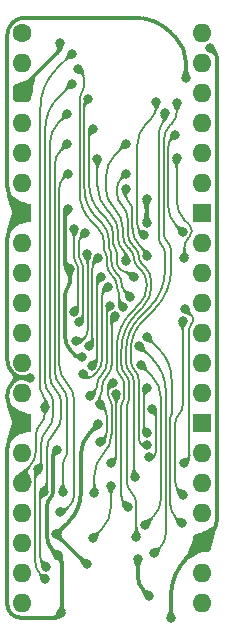
<source format=gbl>
%TF.GenerationSoftware,KiCad,Pcbnew,8.0.7*%
%TF.CreationDate,2025-01-17T12:01:40+02:00*%
%TF.ProjectId,Dual Comparator 8bit,4475616c-2043-46f6-9d70-617261746f72,rev?*%
%TF.SameCoordinates,Original*%
%TF.FileFunction,Copper,L2,Bot*%
%TF.FilePolarity,Positive*%
%FSLAX46Y46*%
G04 Gerber Fmt 4.6, Leading zero omitted, Abs format (unit mm)*
G04 Created by KiCad (PCBNEW 8.0.7) date 2025-01-17 12:01:40*
%MOMM*%
%LPD*%
G01*
G04 APERTURE LIST*
G04 Aperture macros list*
%AMRoundRect*
0 Rectangle with rounded corners*
0 $1 Rounding radius*
0 $2 $3 $4 $5 $6 $7 $8 $9 X,Y pos of 4 corners*
0 Add a 4 corners polygon primitive as box body*
4,1,4,$2,$3,$4,$5,$6,$7,$8,$9,$2,$3,0*
0 Add four circle primitives for the rounded corners*
1,1,$1+$1,$2,$3*
1,1,$1+$1,$4,$5*
1,1,$1+$1,$6,$7*
1,1,$1+$1,$8,$9*
0 Add four rect primitives between the rounded corners*
20,1,$1+$1,$2,$3,$4,$5,0*
20,1,$1+$1,$4,$5,$6,$7,0*
20,1,$1+$1,$6,$7,$8,$9,0*
20,1,$1+$1,$8,$9,$2,$3,0*%
G04 Aperture macros list end*
%TA.AperFunction,ComponentPad*%
%ADD10C,1.600000*%
%TD*%
%TA.AperFunction,ComponentPad*%
%ADD11O,1.600000X1.600000*%
%TD*%
%TA.AperFunction,ComponentPad*%
%ADD12RoundRect,0.400000X-0.400000X-0.400000X0.400000X-0.400000X0.400000X0.400000X-0.400000X0.400000X0*%
%TD*%
%TA.AperFunction,ComponentPad*%
%ADD13R,1.600000X1.600000*%
%TD*%
%TA.AperFunction,ViaPad*%
%ADD14C,0.800000*%
%TD*%
%TA.AperFunction,Conductor*%
%ADD15C,0.350000*%
%TD*%
%TA.AperFunction,Conductor*%
%ADD16C,0.200000*%
%TD*%
G04 APERTURE END LIST*
D10*
%TO.P,J2,1,Pin_1*%
%TO.N,unconnected-(J2-Pin_1-Pad1)*%
X0Y0D03*
D11*
%TO.P,J2,2,Pin_2*%
%TO.N,unconnected-(J2-Pin_2-Pad2)*%
X0Y-2540000D03*
D12*
%TO.P,J2,3,Pin_3*%
%TO.N,5V*%
X0Y-5080000D03*
D11*
%TO.P,J2,4,Pin_4*%
%TO.N,unconnected-(J2-Pin_4-Pad4)*%
X0Y-7620000D03*
%TO.P,J2,5,Pin_5*%
%TO.N,unconnected-(J2-Pin_5-Pad5)*%
X0Y-10160000D03*
%TO.P,J2,6,Pin_6*%
%TO.N,D7*%
X0Y-12700000D03*
D13*
%TO.P,J2,7,Pin_7*%
%TO.N,GND*%
X0Y-15240000D03*
D11*
%TO.P,J2,8,Pin_8*%
%TO.N,D6*%
X0Y-17780000D03*
%TO.P,J2,9,Pin_9*%
%TO.N,D5*%
X0Y-20320000D03*
%TO.P,J2,10,Pin_10*%
%TO.N,D4*%
X0Y-22860000D03*
%TO.P,J2,11,Pin_11*%
%TO.N,D3*%
X0Y-25400000D03*
%TO.P,J2,12,Pin_12*%
%TO.N,D2*%
X0Y-27940000D03*
%TO.P,J2,13,Pin_13*%
%TO.N,D1*%
X0Y-30480000D03*
D13*
%TO.P,J2,14,Pin_14*%
%TO.N,GND*%
X0Y-33020000D03*
D11*
%TO.P,J2,15,Pin_15*%
%TO.N,D0*%
X0Y-35560000D03*
%TO.P,J2,16,Pin_16*%
%TO.N,~{OE}*%
X0Y-38100000D03*
%TO.P,J2,17,Pin_17*%
%TO.N,unconnected-(J2-Pin_17-Pad17)*%
X0Y-40640000D03*
%TO.P,J2,18,Pin_18*%
%TO.N,unconnected-(J2-Pin_18-Pad18)*%
X0Y-43180000D03*
%TO.P,J2,19,Pin_19*%
%TO.N,unconnected-(J2-Pin_19-Pad19)*%
X0Y-45720000D03*
%TO.P,J2,20,Pin_20*%
%TO.N,unconnected-(J2-Pin_20-Pad20)*%
X0Y-48260000D03*
%TO.P,J2,21,Pin_21*%
%TO.N,C0*%
X15240000Y-48260000D03*
%TO.P,J2,22,Pin_22*%
%TO.N,C1*%
X15240000Y-45720000D03*
D12*
%TO.P,J2,23,Pin_23*%
%TO.N,5V*%
X15240000Y-43180000D03*
D11*
%TO.P,J2,24,Pin_24*%
%TO.N,C2*%
X15240000Y-40640000D03*
%TO.P,J2,25,Pin_25*%
%TO.N,C3*%
X15240000Y-38100000D03*
%TO.P,J2,26,Pin_26*%
%TO.N,Write A*%
X15240000Y-35560000D03*
D13*
%TO.P,J2,27,Pin_27*%
%TO.N,GND*%
X15240000Y-33020000D03*
D11*
%TO.P,J2,28,Pin_28*%
%TO.N,~{A=C}*%
X15240000Y-30480000D03*
%TO.P,J2,29,Pin_29*%
%TO.N,unconnected-(J2-Pin_29-Pad29)*%
X15240000Y-27940000D03*
%TO.P,J2,30,Pin_30*%
%TO.N,unconnected-(J2-Pin_30-Pad30)*%
X15240000Y-25400000D03*
%TO.P,J2,31,Pin_31*%
%TO.N,unconnected-(J2-Pin_31-Pad31)*%
X15240000Y-22860000D03*
%TO.P,J2,32,Pin_32*%
%TO.N,unconnected-(J2-Pin_32-Pad32)*%
X15240000Y-20320000D03*
%TO.P,J2,33,Pin_33*%
%TO.N,Write B*%
X15240000Y-17780000D03*
D13*
%TO.P,J2,34,Pin_34*%
%TO.N,GND*%
X15240000Y-15240000D03*
D11*
%TO.P,J2,35,Pin_35*%
%TO.N,C4*%
X15240000Y-12700000D03*
%TO.P,J2,36,Pin_36*%
%TO.N,C5*%
X15240000Y-10160000D03*
%TO.P,J2,37,Pin_37*%
%TO.N,C6*%
X15240000Y-7620000D03*
%TO.P,J2,38,Pin_38*%
%TO.N,C7*%
X15240000Y-5080000D03*
%TO.P,J2,39,Pin_39*%
%TO.N,~{B=C}*%
X15240000Y-2540000D03*
%TO.P,J2,40,Pin_40*%
%TO.N,unconnected-(J2-Pin_40-Pad40)*%
X15240000Y0D03*
%TD*%
D14*
%TO.N,GND*%
X635000Y-29210000D03*
X10526165Y-16112053D03*
X10718001Y-47674997D03*
X2921000Y-35306000D03*
X10505468Y-14132502D03*
X2987225Y-44250010D03*
X3302000Y-49149000D03*
X9779000Y-44576996D03*
X13843002Y-3809998D03*
%TO.N,5V*%
X6436015Y-33154987D03*
X12573000Y-49575000D03*
X3175000Y-853498D03*
X2871000Y-42461000D03*
X15874984Y-1270000D03*
X5461008Y-44994002D03*
%TO.N,/3.3V*%
X5080000Y-27497000D03*
X4008483Y-20007672D03*
X3857836Y-14937178D03*
%TO.N,C6*%
X12041964Y-6834978D03*
X9525000Y-37592000D03*
%TO.N,C0*%
X1905000Y-46228000D03*
X4191000Y-4318000D03*
X1351475Y-36976475D03*
%TO.N,~{OE}*%
X4191006Y-1778000D03*
X1905000Y-31662085D03*
%TO.N,C2*%
X3810000Y-9398000D03*
X3429000Y-38862000D03*
%TO.N,C4*%
X9652000Y-42672000D03*
X8763000Y-11938000D03*
%TO.N,C7*%
X10575328Y-34908415D03*
X13081000Y-5969000D03*
%TO.N,C3*%
X3179376Y-40561135D03*
X3856014Y-11938000D03*
X5969000Y-42799000D03*
X7493000Y-38354000D03*
%TO.N,C5*%
X8763000Y-9398000D03*
X8902000Y-40134000D03*
%TO.N,C1*%
X3810000Y-6858000D03*
X1800002Y-38862000D03*
X2032000Y-45212000D03*
%TO.N,D3*%
X6640029Y-20687526D03*
X5853120Y-28193264D03*
%TO.N,D5*%
X4573997Y-26125239D03*
X5474000Y-18788500D03*
%TO.N,D7*%
X4374000Y-16612122D03*
X4408483Y-23622010D03*
%TO.N,D0*%
X6550203Y-31489581D03*
X6604000Y-34674000D03*
X7845002Y-24036685D03*
%TO.N,Write A*%
X10987000Y-31901806D03*
X10733000Y-35941000D03*
%TO.N,D6*%
X5322272Y-16929591D03*
X4822691Y-24545239D03*
%TO.N,/A0*%
X10538119Y-30081747D03*
X10553432Y-33896568D03*
%TO.N,/A1*%
X7936000Y-30613402D03*
X7520947Y-36473611D03*
%TO.N,/A2*%
X7669178Y-29630522D03*
X6095992Y-38988996D03*
%TO.N,/A3*%
X10033000Y-28108000D03*
X10414000Y-41656000D03*
%TO.N,/A4*%
X9906000Y-26558000D03*
X11175996Y-44069000D03*
%TO.N,/A5*%
X13469840Y-41555755D03*
X10541000Y-25781000D03*
%TO.N,/A6*%
X13589000Y-39116000D03*
X13563272Y-24412814D03*
%TO.N,/A7*%
X13715996Y-36449000D03*
X13741288Y-23402047D03*
%TO.N,D4*%
X6437558Y-19056007D03*
X5631926Y-26543000D03*
%TO.N,/B0*%
X4699000Y-3048000D03*
X8509000Y-23241000D03*
%TO.N,/B1*%
X5588000Y-5588000D03*
X9144006Y-22352000D03*
%TO.N,/B2*%
X9425545Y-20702000D03*
X5969000Y-8128000D03*
%TO.N,/B3*%
X6350000Y-10668000D03*
X8750487Y-19304000D03*
%TO.N,/B4*%
X8762994Y-13208000D03*
X10565998Y-18923000D03*
%TO.N,/B5*%
X13712928Y-19053072D03*
X13057000Y-10637213D03*
%TO.N,/B6*%
X12954000Y-8636000D03*
X13586207Y-16888207D03*
%TO.N,/B7*%
X10287000Y-17145000D03*
X11303000Y-5842000D03*
%TO.N,D1*%
X5723138Y-30733227D03*
X7445003Y-23114615D03*
%TO.N,D2*%
X5140307Y-28897000D03*
X7247140Y-21524888D03*
%TD*%
D15*
%TO.N,/3.3V*%
X4008483Y-21170575D02*
G75*
G02*
X3811241Y-21646758I-673433J5D01*
G01*
X3599000Y-19308640D02*
G75*
G03*
X3803742Y-19802929I699030J0D01*
G01*
X3811241Y-21646758D02*
G75*
G03*
X3614022Y-22122941I476159J-476142D01*
G01*
X3728418Y-15066596D02*
G75*
G03*
X3599010Y-15379038I312382J-312404D01*
G01*
X4480375Y-27340375D02*
G75*
G03*
X4858500Y-27496985I378125J378175D01*
G01*
X3614000Y-25750629D02*
G75*
G03*
X4125500Y-26985500I1746370J-1D01*
G01*
%TO.N,5V*%
X16510000Y-41011974D02*
G75*
G02*
X15875001Y-42545001I-2168040J4D01*
G01*
X4953000Y-38906803D02*
G75*
G02*
X3911999Y-41419999I-3554200J3D01*
G01*
X5383847Y-44973847D02*
G75*
G03*
X5432505Y-44994001I48653J48647D01*
G01*
X13891047Y-44528952D02*
G75*
G03*
X12573001Y-47711000I3182053J-3182048D01*
G01*
X5694507Y-33896494D02*
G75*
G03*
X4952999Y-35686651I1790153J-1790156D01*
G01*
X3175000Y-1188749D02*
G75*
G02*
X2937943Y-1761060I-809370J-1D01*
G01*
X16192492Y-1587508D02*
G75*
G02*
X16509983Y-2354040I-766492J-766492D01*
G01*
X15875000Y-42545000D02*
X14604999Y-43814999D01*
%TO.N,GND*%
X2590000Y-38839918D02*
G75*
G02*
X2342998Y-39436227I-843320J8D01*
G01*
X-635000Y-14605000D02*
G75*
G02*
X-635000Y-15875000I-634999J-635000D01*
G01*
X3330000Y-49101201D02*
G75*
G02*
X3316000Y-49135000I-47800J1D01*
G01*
X-841457Y841457D02*
G75*
G03*
X-1270001Y-193135I1034597J-1034597D01*
G01*
X-952500Y-49212500D02*
G75*
G03*
X-185987Y-49530000I766517J766522D01*
G01*
X9779000Y-46072022D02*
G75*
G03*
X10248500Y-47205496I1602980J2D01*
G01*
X-635000Y-33655000D02*
G75*
G03*
X-1270002Y-35188025I1533030J-1533030D01*
G01*
X-1270000Y-30908542D02*
G75*
G03*
X-674999Y-32345000I2031460J2D01*
G01*
X10505468Y-16076721D02*
G75*
G03*
X10515826Y-16101693I35332J21D01*
G01*
X12944977Y-371977D02*
G75*
G02*
X13842986Y-2540000I-2168077J-2168023D01*
G01*
X-635000Y-15875000D02*
G75*
G03*
X-1270002Y-17408025I1533030J-1533030D01*
G01*
X2096000Y-42728593D02*
G75*
G03*
X2541612Y-43804397I1521400J-7D01*
G01*
X3158612Y-44421397D02*
G75*
G02*
X3330012Y-44835163I-413812J-413803D01*
G01*
X-1270000Y-13071974D02*
G75*
G03*
X-635001Y-14605001I2168040J4D01*
G01*
X12573001Y-1D02*
G75*
G03*
X9506947Y1269997I-3066051J-3066059D01*
G01*
X-783408Y-29580493D02*
G75*
G03*
X-783408Y-28839505I-370493J370494D01*
G01*
X111042Y-29210000D02*
G75*
G03*
X-783408Y-29580493I-5J-1264932D01*
G01*
X-783408Y-28839505D02*
G75*
G03*
X111042Y-29210000I894452J894450D01*
G01*
X2343000Y-39436229D02*
G75*
G03*
X2096000Y-40032539I596310J-596311D01*
G01*
X3111500Y-49339500D02*
G75*
G02*
X2651592Y-49529997I-459900J459900D01*
G01*
X-1270000Y-27746864D02*
G75*
G03*
X-841456Y-28781456I1463140J4D01*
G01*
X2755500Y-35471500D02*
G75*
G03*
X2590001Y-35871052I399550J-399550D01*
G01*
X193135Y1270000D02*
G75*
G03*
X-841457Y841457I2J-1463136D01*
G01*
X-841457Y-29638542D02*
G75*
G03*
X-1270002Y-30673135I1034597J-1034598D01*
G01*
X-1270000Y-48445987D02*
G75*
G03*
X-952500Y-49212500I1084022J4D01*
G01*
D16*
%TO.N,D2*%
X5315883Y-29072576D02*
G75*
G03*
X5647653Y-29210031I331817J331776D01*
G01*
X6744990Y-27668499D02*
G75*
G02*
X6293493Y-28758503I-1541490J-1D01*
G01*
X6996065Y-21775963D02*
G75*
G03*
X6744994Y-22382111I606135J-606137D01*
G01*
X5979423Y-29072576D02*
G75*
G02*
X5647653Y-29210035I-331823J331776D01*
G01*
%TO.N,D1*%
X7295002Y-23264615D02*
G75*
G03*
X7145025Y-23626748I362098J-362085D01*
G01*
X6626836Y-29046516D02*
G75*
G03*
X6349976Y-29714859I668364J-668384D01*
G01*
X7145002Y-27966199D02*
G75*
G02*
X6747511Y-28925862I-1357202J-1D01*
G01*
X6350000Y-29714859D02*
G75*
G02*
X6073164Y-30383202I-945180J-1D01*
G01*
%TO.N,/B7*%
X11303000Y-6350000D02*
G75*
G02*
X10943785Y-7217206I-1226400J0D01*
G01*
X10508253Y-7652746D02*
G75*
G03*
X9713518Y-9571434I1918647J-1918654D01*
G01*
X9713507Y-16165986D02*
G75*
G03*
X10000250Y-16858256I978993J-14D01*
G01*
%TO.N,/B6*%
X12357000Y-14789819D02*
G75*
G03*
X12971602Y-16273604I2098390J-1D01*
G01*
X12655500Y-8934500D02*
G75*
G03*
X12357018Y-9655142I720600J-720600D01*
G01*
%TO.N,/B5*%
X13057000Y-14266356D02*
G75*
G03*
X13704000Y-15828353I2208990J-4D01*
G01*
X14125428Y-16249781D02*
G75*
G02*
X14351014Y-16794359I-544628J-544619D01*
G01*
X14031963Y-17432401D02*
G75*
G03*
X13712947Y-18202623I770237J-770199D01*
G01*
X14351000Y-16794359D02*
G75*
G02*
X14125459Y-17338968I-770200J-41D01*
G01*
%TO.N,/B4*%
X9038252Y-14372252D02*
G75*
G02*
X9313516Y-15036785I-664552J-664548D01*
G01*
X9313511Y-16555868D02*
G75*
G03*
X9939753Y-18067755I2138129J-2D01*
G01*
X8762994Y-13707719D02*
G75*
G03*
X9038259Y-14372245I939806J19D01*
G01*
X10485033Y-18613033D02*
G75*
G02*
X10566008Y-18808499I-195433J-195467D01*
G01*
%TO.N,/B3*%
X8113511Y-17523044D02*
G75*
G03*
X8431996Y-18291946I1087389J-6D01*
G01*
X8505273Y-18365217D02*
G75*
G02*
X8750483Y-18957215I-591973J-591983D01*
G01*
X6350000Y-12977009D02*
G75*
G03*
X7231755Y-15105755I3010500J-1D01*
G01*
X7411373Y-15285373D02*
G75*
G02*
X8113533Y-16980483I-1695073J-1695127D01*
G01*
%TO.N,/B2*%
X9206817Y-20483272D02*
G75*
G03*
X8766772Y-20301014I-440017J-440028D01*
G01*
X8326727Y-20118727D02*
G75*
G03*
X8766772Y-20301025I440073J440027D01*
G01*
X5809500Y-8287500D02*
G75*
G03*
X5649986Y-8672567I385100J-385100D01*
G01*
X5650000Y-12830066D02*
G75*
G03*
X6679499Y-15315501I3514930J-4D01*
G01*
X8001000Y-19433789D02*
G75*
G03*
X8254997Y-20047003I867200J-11D01*
G01*
X7076271Y-15712271D02*
G75*
G02*
X7708982Y-17239815I-1527571J-1527529D01*
G01*
X7709001Y-17928155D02*
G75*
G03*
X7854972Y-18280657I498499J-45D01*
G01*
X7855000Y-18280629D02*
G75*
G02*
X8000990Y-18633103I-352500J-352471D01*
G01*
%TO.N,/B1*%
X7423279Y-18414594D02*
G75*
G02*
X7537571Y-18690487I-275879J-275906D01*
G01*
X6745679Y-16143679D02*
G75*
G02*
X7309002Y-17503658I-1359979J-1359981D01*
G01*
X5419000Y-5757000D02*
G75*
G03*
X5250001Y-6165002I408000J-408000D01*
G01*
X5250000Y-13192066D02*
G75*
G03*
X6279499Y-15677501I3514930J-4D01*
G01*
X7309001Y-18138701D02*
G75*
G03*
X7423274Y-18414599I390199J1D01*
G01*
X7537558Y-19380535D02*
G75*
G03*
X7959777Y-20399869I1441552J-5D01*
G01*
X8110502Y-20550590D02*
G75*
G02*
X8381955Y-21206044I-655502J-655410D01*
G01*
X8382000Y-21206044D02*
G75*
G03*
X8653494Y-21861500I926950J-6D01*
G01*
%TO.N,/B0*%
X7710502Y-20716276D02*
G75*
G02*
X7981965Y-21371730I-655502J-655424D01*
G01*
X6909001Y-18375885D02*
G75*
G03*
X7023266Y-18651791I390199J-15D01*
G01*
X8216315Y-22741355D02*
G75*
G03*
X8362626Y-23094688I499685J-45D01*
G01*
X7023279Y-18651778D02*
G75*
G02*
X7137582Y-18927671I-275879J-275922D01*
G01*
X7137558Y-19546221D02*
G75*
G03*
X7559780Y-20565552I1441552J1D01*
G01*
X5022500Y-5092839D02*
G75*
G03*
X4837966Y-5538261I445400J-445461D01*
G01*
X4953000Y-3302000D02*
G75*
G02*
X5206996Y-3915210I-613200J-613200D01*
G01*
X8099157Y-21872843D02*
G75*
G02*
X8216320Y-22155685I-282857J-282857D01*
G01*
X5207000Y-4647416D02*
G75*
G02*
X5022487Y-5092826I-629900J16D01*
G01*
X7982000Y-21590000D02*
G75*
G03*
X8099157Y-21872843I400000J0D01*
G01*
X6389808Y-16549808D02*
G75*
G02*
X6909002Y-17803250I-1253438J-1253442D01*
G01*
X4838000Y-13533581D02*
G75*
G03*
X5873503Y-16033497I3535410J1D01*
G01*
%TO.N,D4*%
X5928208Y-26037214D02*
G75*
G02*
X5780064Y-26394856I-505808J14D01*
G01*
X6182883Y-19310682D02*
G75*
G03*
X5928217Y-19925521I614817J-614818D01*
G01*
%TO.N,/A7*%
X14140000Y-35725179D02*
G75*
G02*
X13928004Y-36237004I-723800J-21D01*
G01*
X14478000Y-24313397D02*
G75*
G02*
X14354510Y-24611523I-421600J-3D01*
G01*
X14354511Y-24015270D02*
G75*
G02*
X14478006Y-24313397I-298111J-298130D01*
G01*
X14309000Y-24657036D02*
G75*
G03*
X14140026Y-25065038I408000J-407964D01*
G01*
%TO.N,/A6*%
X13563272Y-31563787D02*
G75*
G02*
X13249151Y-32322194I-1072572J-13D01*
G01*
X12935000Y-37999552D02*
G75*
G03*
X13262003Y-38788997I1116440J2D01*
G01*
X13249136Y-32322179D02*
G75*
G03*
X12934971Y-33080570I758364J-758421D01*
G01*
%TO.N,/A5*%
X12624701Y-32317501D02*
G75*
G02*
X12579843Y-32425774I-153101J1D01*
G01*
X12535000Y-39959883D02*
G75*
G03*
X13002406Y-41088349I1595900J-17D01*
G01*
X11582850Y-26822850D02*
G75*
G02*
X12624701Y-29338100I-2515250J-2515250D01*
G01*
X12579850Y-32425781D02*
G75*
G03*
X12534963Y-32534060I108250J-108319D01*
G01*
%TO.N,/A4*%
X9926303Y-26563303D02*
G75*
G03*
X9913500Y-26557998I-12803J-12797D01*
G01*
X12135000Y-42431877D02*
G75*
G02*
X11655496Y-43589496I-1637130J7D01*
G01*
X11028000Y-27665000D02*
G75*
G02*
X12134998Y-30337534I-2672530J-2672530D01*
G01*
%TO.N,/A3*%
X10884000Y-28959000D02*
G75*
G02*
X11735002Y-31013495I-2054500J-2054500D01*
G01*
X11735000Y-39400911D02*
G75*
G02*
X11074497Y-40995497I-2255100J11D01*
G01*
%TO.N,/A2*%
X7544000Y-33977103D02*
G75*
G02*
X6819993Y-35725001I-2471900J3D01*
G01*
X7236000Y-30685563D02*
G75*
G03*
X7389979Y-31057373I525800J-37D01*
G01*
X7452589Y-29847111D02*
G75*
G03*
X7236008Y-30370003I522911J-522889D01*
G01*
X7390000Y-31057352D02*
G75*
G02*
X7543968Y-31429140I-371800J-371748D01*
G01*
X6819996Y-35725004D02*
G75*
G03*
X6095996Y-37472904I1747904J-1747896D01*
G01*
%TO.N,/A1*%
X7944000Y-35751414D02*
G75*
G02*
X7732467Y-36262078I-722200J14D01*
G01*
X7940000Y-30617402D02*
G75*
G02*
X7944016Y-30627058I-9700J-9698D01*
G01*
%TO.N,/A0*%
X10412559Y-30207306D02*
G75*
G03*
X10287027Y-30510433I303141J-303094D01*
G01*
X10287000Y-33441740D02*
G75*
G03*
X10420242Y-33763326I454800J40D01*
G01*
%TO.N,D6*%
X4941241Y-19342218D02*
G75*
G02*
X5108505Y-19745975I-403741J-403782D01*
G01*
X4774000Y-18938461D02*
G75*
G03*
X4941244Y-19342215I570990J1D01*
G01*
X5048136Y-17203727D02*
G75*
G03*
X4774018Y-17865549I661764J-661773D01*
G01*
X5108483Y-24057361D02*
G75*
G02*
X4965587Y-24402343I-487883J1D01*
G01*
%TO.N,Write A*%
X11161000Y-32075806D02*
G75*
G02*
X11335007Y-32495879I-420100J-420094D01*
G01*
X11160722Y-35829277D02*
G75*
G02*
X10891000Y-35941013I-269722J269677D01*
G01*
X11335000Y-35452767D02*
G75*
G02*
X11192010Y-35798010I-488200J-33D01*
G01*
%TO.N,D0*%
X6847101Y-31786479D02*
G75*
G02*
X7144024Y-32503255I-716801J-716821D01*
G01*
X7100357Y-29138680D02*
G75*
G03*
X6750014Y-29984519I845843J-845820D01*
G01*
X6650101Y-30579898D02*
G75*
G03*
X6550191Y-30821074I241199J-241202D01*
G01*
X6750000Y-30338722D02*
G75*
G02*
X6650096Y-30579893I-341100J22D01*
G01*
X7545002Y-28131886D02*
G75*
G02*
X7147500Y-29091536I-1357162J6D01*
G01*
X7695002Y-24186685D02*
G75*
G03*
X7545004Y-24548817I362098J-362115D01*
G01*
X7144000Y-33752162D02*
G75*
G02*
X6873999Y-34403999I-921840J2D01*
G01*
%TO.N,D7*%
X4541241Y-19507904D02*
G75*
G02*
X4708515Y-19911661I-403741J-403796D01*
G01*
X4708483Y-23109877D02*
G75*
G02*
X4558484Y-23472011I-512133J-3D01*
G01*
X4374000Y-19104147D02*
G75*
G03*
X4541242Y-19507903I570990J-3D01*
G01*
%TO.N,D5*%
X5498345Y-18812845D02*
G75*
G02*
X5522685Y-18871620I-58745J-58755D01*
G01*
X5136755Y-25978244D02*
G75*
G02*
X4781879Y-26125233I-354855J354844D01*
G01*
X5522691Y-25215470D02*
G75*
G02*
X5256226Y-25858774I-909771J0D01*
G01*
%TO.N,D3*%
X6492509Y-20835045D02*
G75*
G03*
X6344966Y-21191189I356091J-356155D01*
G01*
X6344990Y-27353589D02*
G75*
G02*
X6099063Y-27947337I-839690J-11D01*
G01*
%TO.N,C1*%
X2324000Y-29064449D02*
G75*
G03*
X2813002Y-30244998I1669540J-1D01*
G01*
X3302000Y-32389745D02*
G75*
G02*
X2676737Y-33899262I-2134790J5D01*
G01*
X2676737Y-33899262D02*
G75*
G03*
X2051473Y-35408779I1509513J-1509518D01*
G01*
X2051475Y-38432708D02*
G75*
G02*
X1925731Y-38736256I-429275J8D01*
G01*
X1500001Y-44303820D02*
G75*
G03*
X1766003Y-44945997I908169J0D01*
G01*
X2813000Y-30245000D02*
G75*
G02*
X3302000Y-31425550I-1180550J-1180550D01*
G01*
X1650001Y-39012000D02*
G75*
G03*
X1500014Y-39374133I362099J-362100D01*
G01*
X3067000Y-7601000D02*
G75*
G03*
X2323997Y-9394760I1793750J-1793760D01*
G01*
%TO.N,C5*%
X8636000Y-30909344D02*
G75*
G02*
X8508977Y-31215926I-433600J44D01*
G01*
X8509000Y-31215950D02*
G75*
G03*
X8381967Y-31522555I306600J-306650D01*
G01*
X7780255Y-14892255D02*
G75*
G02*
X8513512Y-16662490I-1770255J-1770245D01*
G01*
X8309000Y-29081584D02*
G75*
G02*
X8635991Y-29871031I-789400J-789416D01*
G01*
X9986243Y-20019243D02*
G75*
G02*
X10522015Y-21312674I-1293443J-1293457D01*
G01*
X8382000Y-39246304D02*
G75*
G03*
X8642001Y-39873999I887700J4D01*
G01*
X9251999Y-23640999D02*
G75*
G03*
X7982003Y-26707051I3066041J-3066041D01*
G01*
X7982000Y-28292136D02*
G75*
G03*
X8309000Y-29081584I1116440J-4D01*
G01*
X9450487Y-19114117D02*
G75*
G03*
X9711685Y-19744657I891713J17D01*
G01*
X10522000Y-21463000D02*
G75*
G02*
X9879946Y-23013051I-2192100J0D01*
G01*
X9189302Y-18483562D02*
G75*
G02*
X9450461Y-19114117I-630602J-630538D01*
G01*
X7047000Y-13122020D02*
G75*
G03*
X7780257Y-14892253I2503480J0D01*
G01*
X8513511Y-17145228D02*
G75*
G03*
X8981998Y-18276260I1599519J-2D01*
G01*
X7905000Y-10256000D02*
G75*
G03*
X7046998Y-12327395I2071400J-2071400D01*
G01*
%TO.N,C3*%
X3624003Y-40444996D02*
G75*
G02*
X3343620Y-40561145I-280403J280396D01*
G01*
X7493000Y-40197369D02*
G75*
G02*
X6731002Y-42037002I-2601640J-1D01*
G01*
X3760649Y-29668649D02*
G75*
G02*
X4397300Y-31205655I-1537009J-1537011D01*
G01*
X3490007Y-12304007D02*
G75*
G03*
X3124011Y-13187626I883593J-883593D01*
G01*
X4397298Y-39042777D02*
G75*
G02*
X3952580Y-40116417I-1518368J7D01*
G01*
X3124000Y-28131642D02*
G75*
G03*
X3760651Y-29668647I2173650J2D01*
G01*
%TO.N,C7*%
X13081000Y-6617723D02*
G75*
G02*
X12622281Y-7725161I-1566200J23D01*
G01*
X12592000Y-20031343D02*
G75*
G02*
X11193098Y-23408584I-4776140J3D01*
G01*
X11957000Y-16968987D02*
G75*
G03*
X12274496Y-17735504I1084000J-13D01*
G01*
X12274500Y-17735500D02*
G75*
G02*
X12591995Y-18502012I-766500J-766500D01*
G01*
X10185328Y-24416357D02*
G75*
G03*
X9182011Y-26838606I2422272J-2422243D01*
G01*
X12519000Y-7828447D02*
G75*
G03*
X11957028Y-9185235I1356800J-1356753D01*
G01*
X9990710Y-34755710D02*
G75*
G03*
X10359371Y-34908421I368690J368710D01*
G01*
X9182000Y-27795079D02*
G75*
G03*
X9508999Y-28584528I1116400J-21D01*
G01*
X9509000Y-28584527D02*
G75*
G02*
X9836032Y-29373974I-789400J-789473D01*
G01*
X9836000Y-34383624D02*
G75*
G03*
X9989717Y-34754697I524800J24D01*
G01*
%TO.N,C4*%
X8382000Y-12319000D02*
G75*
G03*
X8001006Y-13238815I919800J-919800D01*
G01*
X8457255Y-14680255D02*
G75*
G02*
X8913556Y-15781753I-1101455J-1101545D01*
G01*
X9623754Y-23834930D02*
G75*
G03*
X8381989Y-26832792I2997846J-2997870D01*
G01*
X9036000Y-31100408D02*
G75*
G02*
X8926933Y-31363679I-372300J8D01*
G01*
X8709000Y-28915898D02*
G75*
G02*
X9035982Y-29705345I-789400J-789402D01*
G01*
X10922000Y-21463000D02*
G75*
G02*
X10162788Y-23295895I-2592100J0D01*
G01*
X8001000Y-13578757D02*
G75*
G03*
X8457254Y-14680256I1557750J-3D01*
G01*
X9234945Y-38952945D02*
G75*
G02*
X9652001Y-39959804I-1006845J-1006855D01*
G01*
X9585191Y-18302135D02*
G75*
G02*
X9850473Y-18942616I-640491J-640465D01*
G01*
X9850487Y-18942616D02*
G75*
G03*
X10115782Y-19583096I905813J16D01*
G01*
X8382000Y-28126451D02*
G75*
G03*
X8709002Y-28915896I1116440J1D01*
G01*
X8913511Y-16967912D02*
G75*
G03*
X9382011Y-18098931I1599489J12D01*
G01*
X8926945Y-31363691D02*
G75*
G03*
X8817863Y-31626973I263255J-263309D01*
G01*
X8817890Y-37946085D02*
G75*
G03*
X9234939Y-38952951I1423910J-15D01*
G01*
X10386243Y-19853557D02*
G75*
G02*
X10922005Y-21146988I-1293443J-1293443D01*
G01*
%TO.N,C2*%
X3810000Y-35544592D02*
G75*
G02*
X3619502Y-36004502I-650400J-8D01*
G01*
X3267000Y-29937000D02*
G75*
G02*
X3809998Y-31247917I-1310930J-1310920D01*
G01*
X3267000Y-9941000D02*
G75*
G03*
X2724007Y-11251917I1310900J-1310900D01*
G01*
X2724000Y-28626082D02*
G75*
G03*
X3267001Y-29936999I1853920J2D01*
G01*
X3619500Y-36004500D02*
G75*
G03*
X3429003Y-36464407I459900J-459900D01*
G01*
%TO.N,~{OE}*%
X1524000Y-30210592D02*
G75*
G03*
X1714498Y-30670502I650400J-8D01*
G01*
X1905000Y-32227184D02*
G75*
G02*
X1523999Y-33146999I-1300820J4D01*
G01*
X1714500Y-30670500D02*
G75*
G02*
X1904997Y-31130407I-459900J-459900D01*
G01*
X1524000Y-33147000D02*
G75*
G03*
X1143006Y-34066815I919800J-919800D01*
G01*
X1143000Y-35386776D02*
G75*
G02*
X571499Y-36766499I-1951228J3D01*
G01*
X2857503Y-3111503D02*
G75*
G03*
X1524002Y-6330864I3219357J-3219357D01*
G01*
X269407Y-37068592D02*
G75*
G03*
X-5Y-37719000I650393J-650408D01*
G01*
%TO.N,C0*%
X1100000Y-44853779D02*
G75*
G03*
X1502500Y-45825500I1374220J-1D01*
G01*
X1924000Y-29636460D02*
G75*
G03*
X2264500Y-30458500I1162540J0D01*
G01*
X1225737Y-37102212D02*
G75*
G03*
X1100002Y-37405769I303543J-303548D01*
G01*
X2264500Y-30458500D02*
G75*
G02*
X2604997Y-31280539I-822050J-822040D01*
G01*
X3057500Y-5451500D02*
G75*
G03*
X1924005Y-8188011I2736500J-2736500D01*
G01*
X2095500Y-33591500D02*
G75*
G03*
X1585998Y-34821541I1230030J-1230040D01*
G01*
X2605000Y-32361458D02*
G75*
G02*
X2095500Y-33591500I-1739550J3D01*
G01*
X1586000Y-36576115D02*
G75*
G02*
X1468735Y-36859210I-400360J5D01*
G01*
%TO.N,C6*%
X9109000Y-28750214D02*
G75*
G02*
X9436041Y-29539661I-789400J-789486D01*
G01*
X11811000Y-18034000D02*
G75*
G02*
X12064996Y-18647210I-613200J-613200D01*
G01*
X8782000Y-27960766D02*
G75*
G03*
X9109000Y-28750214I1116440J-4D01*
G01*
X9436000Y-37440067D02*
G75*
G03*
X9480490Y-37547510I151900J-33D01*
G01*
X9902486Y-24133513D02*
G75*
G03*
X8782010Y-26838607I2705114J-2705087D01*
G01*
X11557000Y-17420789D02*
G75*
G03*
X11810997Y-18034003I867200J-11D01*
G01*
X12041964Y-7175507D02*
G75*
G02*
X11801181Y-7756834I-822164J7D01*
G01*
X11799482Y-7758518D02*
G75*
G03*
X11557019Y-8343921I585418J-585382D01*
G01*
X12065000Y-20129500D02*
G75*
G02*
X10762868Y-23273143I-4445800J0D01*
G01*
%TO.N,C2*%
X3429000Y-38862000D02*
X3429000Y-36464407D01*
X3810000Y-35544592D02*
X3810000Y-31247917D01*
X3810000Y-9398000D02*
X3267000Y-9941000D01*
X2724000Y-11251917D02*
X2724000Y-28626082D01*
%TO.N,C3*%
X3124000Y-13187626D02*
X3124000Y-28131642D01*
X4397298Y-31205655D02*
X4397298Y-39042777D01*
X3624003Y-40444996D02*
X3952581Y-40116418D01*
X3856014Y-11938000D02*
X3490007Y-12304007D01*
X3343620Y-40561135D02*
X3179376Y-40561135D01*
D15*
%TO.N,5V*%
X5461008Y-44994002D02*
X5432505Y-44994002D01*
X2871000Y-42461000D02*
X5383847Y-44973847D01*
X6436015Y-33154987D02*
X5694507Y-33896494D01*
X4953000Y-38906803D02*
X4953000Y-35686651D01*
X2871000Y-42461000D02*
X3912000Y-41420000D01*
%TO.N,GND*%
X2590000Y-38839918D02*
X2590000Y-35871052D01*
X2096000Y-42728593D02*
X2096000Y-40032539D01*
X2987225Y-44250010D02*
X2541612Y-43804397D01*
X2921000Y-35306000D02*
X2755500Y-35471500D01*
D16*
%TO.N,D2*%
X6744990Y-27668499D02*
X6744990Y-22382111D01*
X6293494Y-28758504D02*
X5979423Y-29072576D01*
X5315883Y-29072576D02*
X5140307Y-28897000D01*
X6996065Y-21775963D02*
X7247140Y-21524888D01*
%TO.N,D0*%
X6550203Y-31489581D02*
X6550203Y-30821074D01*
X6750000Y-29984519D02*
X6750000Y-30338722D01*
X6604000Y-34674000D02*
X6874000Y-34404000D01*
X7144000Y-32503255D02*
X7144000Y-33752162D01*
X6847101Y-31786479D02*
X6550203Y-31489581D01*
X7845002Y-24036685D02*
X7695002Y-24186685D01*
X7545002Y-28131886D02*
X7545002Y-24548817D01*
X7100357Y-29138680D02*
X7147501Y-29091537D01*
%TO.N,D1*%
X5723138Y-30733227D02*
X6073163Y-30383201D01*
X6626836Y-29046516D02*
X6747501Y-28925852D01*
X7295002Y-23264615D02*
X7445003Y-23114615D01*
X7145002Y-23626748D02*
X7145002Y-27966199D01*
%TO.N,Write A*%
X10891000Y-35941000D02*
X10733000Y-35941000D01*
X11160722Y-35829277D02*
X11192000Y-35798000D01*
X11161000Y-32075806D02*
X10987000Y-31901806D01*
X11335000Y-32495879D02*
X11335000Y-35452767D01*
%TO.N,C7*%
X10359371Y-34908415D02*
X10575328Y-34908415D01*
X9990710Y-34755710D02*
X9989707Y-34754707D01*
X9836000Y-29373974D02*
X9836000Y-34383624D01*
X11193099Y-23408585D02*
X10185328Y-24416357D01*
X9182000Y-26838606D02*
X9182000Y-27795079D01*
X12592000Y-20031343D02*
X12592000Y-18502012D01*
X12622283Y-7725163D02*
X12519000Y-7828447D01*
X11957000Y-16968987D02*
X11957000Y-9185235D01*
X13081000Y-6617723D02*
X13081000Y-5969000D01*
%TO.N,/A2*%
X7669178Y-29630522D02*
X7452589Y-29847111D01*
X7236000Y-30685563D02*
X7236000Y-30370003D01*
X7544000Y-33977103D02*
X7544000Y-31429140D01*
X6095992Y-37472904D02*
X6095992Y-38988996D01*
%TO.N,~{OE}*%
X1905000Y-32227184D02*
X1905000Y-31662085D01*
X1143000Y-34066815D02*
X1143000Y-35386776D01*
X1905000Y-31130407D02*
X1905000Y-31662085D01*
X1524000Y-30210592D02*
X1524000Y-6330864D01*
%TO.N,C0*%
X1468737Y-36859212D02*
X1351475Y-36976475D01*
X2605000Y-31280539D02*
X2605000Y-32361458D01*
X1586000Y-34821541D02*
X1586000Y-36576115D01*
X1924000Y-29636460D02*
X1924000Y-8188011D01*
X3057500Y-5451500D02*
X4191000Y-4318000D01*
%TO.N,C1*%
X1925738Y-38736263D02*
X1800002Y-38862000D01*
X3302000Y-32389745D02*
X3302000Y-31425550D01*
X2051475Y-35408779D02*
X2051475Y-38432708D01*
X3810000Y-6858000D02*
X3067000Y-7601000D01*
X2324000Y-29064449D02*
X2324000Y-9394760D01*
%TO.N,~{OE}*%
X571499Y-36766499D02*
X269407Y-37068592D01*
X4191006Y-1778000D02*
X2857503Y-3111503D01*
D15*
%TO.N,GND*%
X13843002Y-3809998D02*
X13843002Y-2540000D01*
X9506947Y1269999D02*
X193135Y1270000D01*
X12944977Y-371977D02*
X12573001Y-1D01*
X-1270000Y-193135D02*
X-1270000Y-13071974D01*
D16*
%TO.N,C6*%
X9525000Y-37592000D02*
X9480500Y-37547500D01*
X9436000Y-29539661D02*
X9436000Y-37440067D01*
X8782000Y-27960766D02*
X8782000Y-26838607D01*
X12065000Y-18647210D02*
X12065000Y-20129500D01*
X9902486Y-24133513D02*
X10762862Y-23273137D01*
X11557000Y-17420789D02*
X11557000Y-8343921D01*
X11801173Y-7756826D02*
X11799482Y-7758518D01*
X12041964Y-7175507D02*
X12041964Y-6834978D01*
%TO.N,/B7*%
X9713507Y-9571434D02*
X9713507Y-16165986D01*
X10287000Y-17145000D02*
X10000253Y-16858253D01*
X10943789Y-7217210D02*
X10508253Y-7652746D01*
X11303000Y-6350000D02*
X11303000Y-5842000D01*
%TO.N,/B6*%
X12954000Y-8636000D02*
X12655500Y-8934500D01*
X12357000Y-14789819D02*
X12357000Y-9655142D01*
X12971603Y-16273603D02*
X13586207Y-16888207D01*
%TO.N,/B2*%
X9206817Y-20483272D02*
X9425545Y-20702000D01*
X8326727Y-20118727D02*
X8255000Y-20047000D01*
X6679500Y-15315500D02*
X7076271Y-15712271D01*
X5650000Y-8672567D02*
X5650000Y-12830066D01*
X8001000Y-19433789D02*
X8001000Y-18633103D01*
X5809500Y-8287500D02*
X5969000Y-8128000D01*
X7709001Y-17239815D02*
X7709001Y-17928155D01*
%TO.N,/B3*%
X8113511Y-17523044D02*
X8113511Y-16980483D01*
X8431999Y-18291943D02*
X8505273Y-18365217D01*
X7231755Y-15105755D02*
X7411373Y-15285373D01*
X8750487Y-18957215D02*
X8750487Y-19304000D01*
X6350000Y-10668000D02*
X6350000Y-12977009D01*
%TO.N,/B1*%
X9144000Y-22352000D02*
X8653497Y-21861497D01*
X7959779Y-20399867D02*
X8110502Y-20550590D01*
X7537558Y-18690487D02*
X7537558Y-19380535D01*
X7309001Y-17503658D02*
X7309001Y-18138701D01*
X6745679Y-16143679D02*
X6279500Y-15677500D01*
X9144000Y-22352000D02*
X9144006Y-22352000D01*
X5250000Y-6165002D02*
X5250000Y-13192066D01*
X5419000Y-5757000D02*
X5588000Y-5588000D01*
%TO.N,/B0*%
X4838000Y-5538261D02*
X4838000Y-13533581D01*
X6909001Y-18375885D02*
X6909001Y-17803250D01*
X7982000Y-21371730D02*
X7982000Y-21590000D01*
X5207000Y-3915210D02*
X5207000Y-4647416D01*
X7710502Y-20716276D02*
X7559779Y-20565553D01*
X8216315Y-22741355D02*
X8216315Y-22155685D01*
X6389808Y-16549808D02*
X5873500Y-16033500D01*
X8509000Y-23241000D02*
X8362657Y-23094657D01*
X4699000Y-3048000D02*
X4953000Y-3302000D01*
X7137558Y-18927671D02*
X7137558Y-19546221D01*
D15*
%TO.N,/3.3V*%
X4008483Y-21170575D02*
X4008483Y-20007672D01*
X3614000Y-22122941D02*
X3614000Y-25750629D01*
D16*
%TO.N,D5*%
X5498345Y-18812845D02*
X5474000Y-18788500D01*
X5136755Y-25978244D02*
X5256226Y-25858774D01*
X5522691Y-18871620D02*
X5522691Y-25215470D01*
X4573997Y-26125239D02*
X4781879Y-26125239D01*
%TO.N,C4*%
X8382000Y-12319000D02*
X8763000Y-11938000D01*
X8001000Y-13238815D02*
X8001000Y-13578757D01*
X8913511Y-15781753D02*
X8913511Y-16967912D01*
X9585191Y-18302135D02*
X9381999Y-18098943D01*
X10922000Y-21463000D02*
X10922000Y-21146988D01*
X9623754Y-23834930D02*
X10162789Y-23295896D01*
X8382000Y-26832792D02*
X8382000Y-28126451D01*
X8817890Y-31626973D02*
X8817890Y-37946085D01*
%TO.N,C5*%
X8642000Y-39874000D02*
X8902000Y-40134000D01*
X8382000Y-31522555D02*
X8382000Y-39246304D01*
%TO.N,C4*%
X9036000Y-31100408D02*
X9036000Y-29705345D01*
X9652000Y-39959804D02*
X9652000Y-42672000D01*
%TO.N,C5*%
X8636000Y-30909344D02*
X8636000Y-29871031D01*
X7982000Y-26707051D02*
X7982000Y-28292136D01*
X10522000Y-21312674D02*
X10522000Y-21463000D01*
X9251999Y-23640999D02*
X9879947Y-23013052D01*
%TO.N,C4*%
X10115782Y-19583096D02*
X10386243Y-19853557D01*
%TO.N,C5*%
X8513511Y-16662490D02*
X8513511Y-17145228D01*
X9986243Y-20019243D02*
X9711671Y-19744671D01*
X7047000Y-13122020D02*
X7047000Y-12327395D01*
X8763000Y-9398000D02*
X7905000Y-10256000D01*
X9189302Y-18483562D02*
X8981999Y-18276259D01*
%TO.N,/A7*%
X13741288Y-23402047D02*
X14354511Y-24015270D01*
X14354511Y-24611524D02*
X14309000Y-24657036D01*
X14140000Y-35725179D02*
X14140000Y-25065038D01*
X13715996Y-36449000D02*
X13927998Y-36236998D01*
%TO.N,/A4*%
X12135000Y-42431877D02*
X12135000Y-30337534D01*
X11175996Y-44069000D02*
X11655498Y-43589498D01*
X9926303Y-26563303D02*
X11028000Y-27665000D01*
X9913500Y-26558000D02*
X9906000Y-26558000D01*
%TO.N,/A5*%
X10541000Y-25781000D02*
X11582850Y-26822850D01*
X12624701Y-32317501D02*
X12624701Y-29338100D01*
X13469840Y-41555755D02*
X13002420Y-41088335D01*
X12535000Y-39959883D02*
X12535000Y-32534060D01*
%TO.N,/A3*%
X10033000Y-28108000D02*
X10884000Y-28959000D01*
X10414000Y-41656000D02*
X11074500Y-40995500D01*
X11735000Y-31013495D02*
X11735000Y-39400911D01*
%TO.N,/B4*%
X9313511Y-15036785D02*
X9313511Y-16555868D01*
X8762994Y-13208000D02*
X8762994Y-13707719D01*
X9939754Y-18067754D02*
X10485033Y-18613033D01*
X10565998Y-18808499D02*
X10565998Y-18923000D01*
D15*
%TO.N,GND*%
X-635000Y-33655000D02*
X0Y-33020000D01*
X2987225Y-44250010D02*
X3158612Y-44421397D01*
X-783408Y-28839505D02*
X-841457Y-28781457D01*
X-1270000Y-17408025D02*
X-1270000Y-27746864D01*
X10526165Y-16112053D02*
X10515816Y-16101704D01*
X9779000Y-44576996D02*
X9779000Y-46072022D01*
X3330000Y-49101201D02*
X3330000Y-44835163D01*
X-783408Y-29580493D02*
X-841457Y-29638542D01*
X-1270000Y-30908542D02*
X-1270000Y-30673135D01*
X-185987Y-49530000D02*
X2651592Y-49530000D01*
X-1270000Y-35188025D02*
X-1270000Y-48445987D01*
X3111500Y-49339500D02*
X3302000Y-49149000D01*
X10248500Y-47205496D02*
X10718001Y-47674997D01*
X635000Y-29210000D02*
X111042Y-29210000D01*
X3316000Y-49135000D02*
X3302000Y-49149000D01*
X10505468Y-16076721D02*
X10505468Y-14132502D01*
X-674999Y-32345000D02*
X0Y-33020000D01*
%TO.N,5V*%
X2937941Y-1761058D02*
X0Y-4699000D01*
X16510000Y-41011974D02*
X16510000Y-2354040D01*
X15874984Y-1270000D02*
X16192492Y-1587508D01*
X3175000Y-853498D02*
X3175000Y-1188749D01*
X14604999Y-43814999D02*
X13891047Y-44528952D01*
X12573000Y-47711000D02*
X12573000Y-49575000D01*
%TO.N,/3.3V*%
X3803741Y-19802930D02*
X4008483Y-20007672D01*
X3728418Y-15066596D02*
X3857836Y-14937178D01*
X4480375Y-27340375D02*
X4125500Y-26985500D01*
X5080000Y-27497000D02*
X4858500Y-27497000D01*
X3599000Y-19308640D02*
X3599000Y-15379038D01*
D16*
%TO.N,C0*%
X1100000Y-44853779D02*
X1100000Y-37405769D01*
X1502500Y-45825500D02*
X1905000Y-46228000D01*
X1225737Y-37102212D02*
X1351475Y-36976475D01*
%TO.N,C3*%
X5969000Y-42799000D02*
X6731000Y-42037000D01*
X7493000Y-40197369D02*
X7493000Y-38354000D01*
%TO.N,C1*%
X1766000Y-44946000D02*
X2032000Y-45212000D01*
X1500001Y-44303820D02*
X1500001Y-39374133D01*
X1650001Y-39012000D02*
X1800002Y-38862000D01*
%TO.N,D7*%
X4708483Y-19911661D02*
X4708483Y-23109877D01*
X4374000Y-16612122D02*
X4374000Y-19104147D01*
X4558483Y-23472010D02*
X4408483Y-23622010D01*
%TO.N,D6*%
X5108483Y-19745975D02*
X5108483Y-24057361D01*
X4774000Y-18938461D02*
X4774000Y-17865549D01*
X5322272Y-16929591D02*
X5048136Y-17203727D01*
X4822691Y-24545239D02*
X4965587Y-24402343D01*
%TO.N,/A0*%
X10420216Y-33763352D02*
X10553432Y-33896568D01*
X10287000Y-30510433D02*
X10287000Y-33441740D01*
X10412559Y-30207306D02*
X10538119Y-30081747D01*
%TO.N,/A1*%
X7936000Y-30613402D02*
X7940000Y-30617402D01*
X7944000Y-35751414D02*
X7944000Y-30627058D01*
X7732473Y-36262084D02*
X7520947Y-36473611D01*
%TO.N,/A6*%
X12935000Y-37999552D02*
X12935000Y-33080570D01*
X13589000Y-39116000D02*
X13262000Y-38789000D01*
X13563272Y-31563787D02*
X13563272Y-24412814D01*
%TO.N,D4*%
X5780067Y-26394859D02*
X5631926Y-26543000D01*
X5928208Y-26037214D02*
X5928208Y-19925521D01*
X6182883Y-19310682D02*
X6437558Y-19056007D01*
%TO.N,/B5*%
X13704000Y-15828353D02*
X14125428Y-16249781D01*
X14031963Y-17432401D02*
X14125428Y-17338937D01*
X13712928Y-18202623D02*
X13712928Y-19053072D01*
X13057000Y-10637213D02*
X13057000Y-14266356D01*
%TO.N,D3*%
X6099055Y-27947329D02*
X5853120Y-28193264D01*
X6344990Y-21191189D02*
X6344990Y-27353589D01*
X6492509Y-20835045D02*
X6640029Y-20687526D01*
%TD*%
%TA.AperFunction,Conductor*%
%TO.N,/3.3V*%
G36*
X3773496Y-19345386D02*
G01*
X3776733Y-19351065D01*
X3808417Y-19483402D01*
X3808419Y-19483405D01*
X3893161Y-19550131D01*
X3893165Y-19550134D01*
X4012510Y-19584380D01*
X4012767Y-19584458D01*
X4149120Y-19628036D01*
X4152164Y-19629525D01*
X4279721Y-19716881D01*
X4284611Y-19724383D01*
X4282763Y-19733145D01*
X4281398Y-19734792D01*
X4010159Y-20007003D01*
X4006323Y-20009565D01*
X3649568Y-20156367D01*
X3640613Y-20156346D01*
X3634373Y-20150182D01*
X3555484Y-19967344D01*
X3555491Y-19967340D01*
X3555466Y-19967303D01*
X3496108Y-19828263D01*
X3495713Y-19827199D01*
X3456841Y-19704354D01*
X3456436Y-19702616D01*
X3434086Y-19556831D01*
X3433966Y-19555606D01*
X3425135Y-19359517D01*
X3428186Y-19351101D01*
X3436297Y-19347306D01*
X3436625Y-19347295D01*
X3765171Y-19342090D01*
X3773496Y-19345386D01*
G37*
%TD.AperFunction*%
%TD*%
%TA.AperFunction,Conductor*%
%TO.N,/3.3V*%
G36*
X3861241Y-14939596D02*
G01*
X3861277Y-14939631D01*
X4131576Y-15210886D01*
X4134988Y-15219166D01*
X4131547Y-15227433D01*
X4130705Y-15228194D01*
X4026656Y-15313473D01*
X4025352Y-15314400D01*
X3925541Y-15375562D01*
X3925520Y-15375576D01*
X3845692Y-15432960D01*
X3793008Y-15514354D01*
X3793007Y-15514357D01*
X3775430Y-15637875D01*
X3770872Y-15645583D01*
X3763847Y-15647927D01*
X3436200Y-15647927D01*
X3427927Y-15644500D01*
X3424500Y-15636227D01*
X3424500Y-15622990D01*
X3424502Y-15622757D01*
X3426664Y-15514354D01*
X3427512Y-15471798D01*
X3427536Y-15471270D01*
X3435904Y-15346600D01*
X3435919Y-15346413D01*
X3445925Y-15238593D01*
X3454317Y-15113559D01*
X3457607Y-14948614D01*
X3461198Y-14940412D01*
X3469275Y-14937149D01*
X3852960Y-14936190D01*
X3861241Y-14939596D01*
G37*
%TD.AperFunction*%
%TD*%
%TA.AperFunction,Conductor*%
%TO.N,/3.3V*%
G36*
X5075417Y-27101075D02*
G01*
X5079918Y-27108816D01*
X5080023Y-27110358D01*
X5080698Y-27492831D01*
X5077286Y-27501111D01*
X5077250Y-27501146D01*
X4805001Y-27772037D01*
X4796720Y-27775443D01*
X4788927Y-27772444D01*
X4788474Y-27772037D01*
X4668580Y-27664246D01*
X4668576Y-27664243D01*
X4567155Y-27593769D01*
X4567148Y-27593764D01*
X4475109Y-27538532D01*
X4474453Y-27538108D01*
X4373950Y-27468273D01*
X4372804Y-27467366D01*
X4253947Y-27360507D01*
X4250085Y-27352427D01*
X4253068Y-27343984D01*
X4253477Y-27343552D01*
X4485314Y-27111715D01*
X4493586Y-27108289D01*
X4500298Y-27110407D01*
X4604969Y-27183764D01*
X4604969Y-27183765D01*
X4704275Y-27191812D01*
X4704275Y-27191811D01*
X4704277Y-27191812D01*
X4806002Y-27159586D01*
X4924862Y-27118143D01*
X4927132Y-27117601D01*
X5066760Y-27098784D01*
X5075417Y-27101075D01*
G37*
%TD.AperFunction*%
%TD*%
%TA.AperFunction,Conductor*%
%TO.N,5V*%
G36*
X16194455Y-41759855D02*
G01*
X16501033Y-41886842D01*
X16507365Y-41893174D01*
X16507445Y-41901931D01*
X16417318Y-42131207D01*
X16417315Y-42131217D01*
X16322989Y-42408675D01*
X16228657Y-42723659D01*
X16134330Y-43076119D01*
X16043055Y-43453466D01*
X16037779Y-43460701D01*
X16028932Y-43462087D01*
X16027756Y-43461736D01*
X15244195Y-43182553D01*
X15237552Y-43176549D01*
X15237543Y-43176529D01*
X14867826Y-42393714D01*
X14867391Y-42384769D01*
X14873408Y-42378138D01*
X14876251Y-42377218D01*
X15126737Y-42330460D01*
X15392125Y-42243420D01*
X15657513Y-42118881D01*
X15922901Y-41956841D01*
X16182955Y-41761313D01*
X16191624Y-41759082D01*
X16194455Y-41759855D01*
G37*
%TD.AperFunction*%
%TD*%
%TA.AperFunction,Conductor*%
%TO.N,5V*%
G36*
X3177725Y-853572D02*
G01*
X3502884Y-989192D01*
X3533885Y-1002122D01*
X3540201Y-1008469D01*
X3540234Y-1017291D01*
X3469994Y-1191690D01*
X3417313Y-1323527D01*
X3417084Y-1324060D01*
X3366329Y-1434818D01*
X3365886Y-1435688D01*
X3296857Y-1558179D01*
X3296498Y-1558774D01*
X3195287Y-1715794D01*
X3187925Y-1720891D01*
X3179114Y-1719289D01*
X3178953Y-1719183D01*
X2905798Y-1536667D01*
X2900823Y-1529222D01*
X2901480Y-1522483D01*
X2958539Y-1383939D01*
X2937262Y-1268220D01*
X2937262Y-1268219D01*
X2873492Y-1158664D01*
X2873216Y-1158162D01*
X2806965Y-1030347D01*
X2805833Y-1027010D01*
X2802201Y-1006571D01*
X2777437Y-867214D01*
X2779364Y-858471D01*
X2786910Y-853649D01*
X2788931Y-853469D01*
X3173205Y-852671D01*
X3177725Y-853572D01*
G37*
%TD.AperFunction*%
%TD*%
%TA.AperFunction,Conductor*%
%TO.N,GND*%
G36*
X-788007Y-32749439D02*
G01*
X-4337Y-33017463D01*
X2379Y-33023380D01*
X72220Y-33166439D01*
X385052Y-33807236D01*
X385602Y-33816174D01*
X379671Y-33822883D01*
X377563Y-33823671D01*
X113714Y-33894286D01*
X-157691Y-34003591D01*
X-163847Y-34006071D01*
X-163854Y-34006075D01*
X-441406Y-34155354D01*
X-441407Y-34155355D01*
X-441409Y-34155356D01*
X-441412Y-34155358D01*
X-705349Y-34332973D01*
X-718980Y-34342146D01*
X-808604Y-34414567D01*
X-991912Y-34562688D01*
X-1000500Y-34565223D01*
X-1002293Y-34564889D01*
X-1321948Y-34479238D01*
X-1329052Y-34473787D01*
X-1330221Y-34464909D01*
X-1329804Y-34463644D01*
X-1227688Y-34204732D01*
X-1120776Y-33896162D01*
X-1120773Y-33896154D01*
X-1120769Y-33896141D01*
X-1013846Y-33550040D01*
X-1013836Y-33550008D01*
X-906925Y-33166448D01*
X-803122Y-32757634D01*
X-797765Y-32750458D01*
X-788903Y-32749173D01*
X-788007Y-32749439D01*
G37*
%TD.AperFunction*%
%TD*%
%TA.AperFunction,Conductor*%
%TO.N,GND*%
G36*
X-1003460Y-31477844D02*
G01*
X-1001991Y-31478848D01*
X-727498Y-31699112D01*
X-448384Y-31885584D01*
X-169270Y-32034556D01*
X109844Y-32146028D01*
X364849Y-32213610D01*
X375227Y-32216361D01*
X382346Y-32221793D01*
X383540Y-32230668D01*
X382756Y-32232779D01*
X70829Y-32875546D01*
X2380Y-33016593D01*
X-4315Y-33022540D01*
X-4334Y-33022547D01*
X-569287Y-33217246D01*
X-788030Y-33292631D01*
X-796968Y-33292087D01*
X-802904Y-33285382D01*
X-803169Y-33284500D01*
X-908937Y-32875546D01*
X-1017865Y-32491872D01*
X-1126817Y-32145615D01*
X-1235743Y-31836942D01*
X-1339765Y-31577973D01*
X-1339669Y-31569019D01*
X-1333269Y-31562755D01*
X-1331936Y-31562311D01*
X-1266499Y-31544777D01*
X-1012337Y-31476675D01*
X-1003460Y-31477844D01*
G37*
%TD.AperFunction*%
%TD*%
%TA.AperFunction,Conductor*%
%TO.N,GND*%
G36*
X-788007Y-14969439D02*
G01*
X-4337Y-15237463D01*
X2379Y-15243380D01*
X72220Y-15386439D01*
X385052Y-16027236D01*
X385602Y-16036174D01*
X379671Y-16042883D01*
X377563Y-16043671D01*
X113714Y-16114286D01*
X113709Y-16114288D01*
X-157750Y-16223616D01*
X-163847Y-16226072D01*
X-163854Y-16226076D01*
X-441406Y-16375354D01*
X-441407Y-16375355D01*
X-441409Y-16375356D01*
X-441412Y-16375358D01*
X-705349Y-16552973D01*
X-718980Y-16562146D01*
X-808604Y-16634567D01*
X-991912Y-16782688D01*
X-1000500Y-16785223D01*
X-1002293Y-16784889D01*
X-1321948Y-16699238D01*
X-1329052Y-16693787D01*
X-1330221Y-16684909D01*
X-1329804Y-16683644D01*
X-1227688Y-16424732D01*
X-1120776Y-16116162D01*
X-1120773Y-16116154D01*
X-1120769Y-16116141D01*
X-1013846Y-15770040D01*
X-1013836Y-15770008D01*
X-906925Y-15386448D01*
X-803122Y-14977634D01*
X-797765Y-14970458D01*
X-788903Y-14969173D01*
X-788007Y-14969439D01*
G37*
%TD.AperFunction*%
%TD*%
%TA.AperFunction,Conductor*%
%TO.N,GND*%
G36*
X3376360Y-44249982D02*
G01*
X3384623Y-44253430D01*
X3387999Y-44260848D01*
X3399472Y-44421311D01*
X3399473Y-44421316D01*
X3428680Y-44541136D01*
X3463378Y-44643311D01*
X3463666Y-44644302D01*
X3492518Y-44762663D01*
X3492821Y-44764600D01*
X3504104Y-44922391D01*
X3501276Y-44930887D01*
X3493268Y-44934895D01*
X3492434Y-44934925D01*
X3164667Y-44934925D01*
X3156394Y-44931498D01*
X3153177Y-44925432D01*
X3146844Y-44892465D01*
X3128633Y-44797654D01*
X3057875Y-44724441D01*
X2955238Y-44679657D01*
X2869942Y-44643311D01*
X2834485Y-44628202D01*
X2832138Y-44626862D01*
X2715329Y-44540908D01*
X2710696Y-44533244D01*
X2712839Y-44524550D01*
X2713968Y-44523232D01*
X2983784Y-44252462D01*
X2992049Y-44249022D01*
X3376360Y-44249982D01*
G37*
%TD.AperFunction*%
%TD*%
%TA.AperFunction,Conductor*%
%TO.N,GND*%
G36*
X-993414Y-13696277D02*
G01*
X-991918Y-13697302D01*
X-718976Y-13917854D01*
X-441411Y-14104640D01*
X-163845Y-14253927D01*
X64410Y-14345854D01*
X113711Y-14365710D01*
X113716Y-14365712D01*
X113717Y-14365712D01*
X113719Y-14365713D01*
X377564Y-14436328D01*
X384670Y-14441777D01*
X385841Y-14450655D01*
X385053Y-14452763D01*
X2389Y-15236600D01*
X-4319Y-15242530D01*
X-4330Y-15242534D01*
X-4339Y-15242537D01*
X-787996Y-15510554D01*
X-796933Y-15509989D01*
X-802852Y-15503270D01*
X-803122Y-15502363D01*
X-906924Y-15093547D01*
X-1013835Y-14709988D01*
X-1098379Y-14436328D01*
X-1120768Y-14363856D01*
X-1120769Y-14363850D01*
X-1120775Y-14363834D01*
X-1227687Y-14055264D01*
X-1329802Y-13796353D01*
X-1329650Y-13787399D01*
X-1323211Y-13781176D01*
X-1321956Y-13780762D01*
X-1002289Y-13695108D01*
X-993414Y-13696277D01*
G37*
%TD.AperFunction*%
%TD*%
%TA.AperFunction,Conductor*%
%TO.N,GND*%
G36*
X3027466Y-48874677D02*
G01*
X3028989Y-48875955D01*
X3301334Y-49147340D01*
X3303895Y-49151176D01*
X3450643Y-49507786D01*
X3450622Y-49516740D01*
X3444329Y-49523035D01*
X3259502Y-49600170D01*
X3259142Y-49600314D01*
X3117380Y-49654038D01*
X3116069Y-49654448D01*
X2990158Y-49685896D01*
X2988491Y-49686187D01*
X2839490Y-49701139D01*
X2838533Y-49701195D01*
X2639672Y-49704785D01*
X2631339Y-49701508D01*
X2627763Y-49693298D01*
X2627761Y-49693087D01*
X2627761Y-49364481D01*
X2631188Y-49356208D01*
X2637035Y-49353035D01*
X2767446Y-49325415D01*
X2837032Y-49246691D01*
X2875914Y-49133876D01*
X2922959Y-49003488D01*
X2924396Y-49000729D01*
X3011165Y-48877506D01*
X3018729Y-48872715D01*
X3027466Y-48874677D01*
G37*
%TD.AperFunction*%
%TD*%
%TA.AperFunction,Conductor*%
%TO.N,GND*%
G36*
X2924405Y-35308418D02*
G01*
X2924441Y-35308453D01*
X3194314Y-35579280D01*
X3197726Y-35587560D01*
X3194285Y-35595827D01*
X3193023Y-35596916D01*
X3078146Y-35682634D01*
X3075932Y-35683935D01*
X2958121Y-35736704D01*
X2858651Y-35783224D01*
X2790366Y-35857507D01*
X2766776Y-35984498D01*
X2761896Y-35992006D01*
X2755273Y-35994061D01*
X2427475Y-35994061D01*
X2419202Y-35990634D01*
X2415775Y-35982361D01*
X2415799Y-35981612D01*
X2423762Y-35857507D01*
X2425968Y-35823124D01*
X2426210Y-35821396D01*
X2452214Y-35702182D01*
X2452440Y-35701310D01*
X2483688Y-35598322D01*
X2509976Y-35477807D01*
X2520299Y-35316922D01*
X2524249Y-35308886D01*
X2531944Y-35305972D01*
X2916124Y-35305012D01*
X2924405Y-35308418D01*
G37*
%TD.AperFunction*%
%TD*%
%TA.AperFunction,Conductor*%
%TO.N,D2*%
G36*
X5506300Y-28749108D02*
G01*
X5512630Y-28755442D01*
X5513165Y-28757060D01*
X5538689Y-28858454D01*
X5539004Y-28860355D01*
X5547964Y-28969755D01*
X5547965Y-28969759D01*
X5559817Y-29059182D01*
X5597322Y-29111819D01*
X5674348Y-29111823D01*
X5682620Y-29115250D01*
X5685647Y-29120494D01*
X5731872Y-29292950D01*
X5730704Y-29301828D01*
X5723600Y-29307280D01*
X5722866Y-29307452D01*
X5592515Y-29333533D01*
X5590412Y-29333758D01*
X5488234Y-29335437D01*
X5486346Y-29335315D01*
X5395534Y-29322011D01*
X5395412Y-29321993D01*
X5288795Y-29305223D01*
X5288797Y-29305223D01*
X5151333Y-29297610D01*
X5143262Y-29293731D01*
X5140280Y-29285956D01*
X5139360Y-28905095D01*
X5142767Y-28896817D01*
X5146581Y-28894262D01*
X5497346Y-28749105D01*
X5506300Y-28749108D01*
G37*
%TD.AperFunction*%
%TD*%
%TA.AperFunction,Conductor*%
%TO.N,D2*%
G36*
X6888515Y-21376309D02*
G01*
X7242828Y-21522054D01*
X7249175Y-21528370D01*
X7249193Y-21528412D01*
X7395241Y-21882390D01*
X7395228Y-21891344D01*
X7388887Y-21897668D01*
X7387696Y-21898085D01*
X7245452Y-21939507D01*
X7243871Y-21939851D01*
X7111737Y-21959136D01*
X7003785Y-21984239D01*
X7003781Y-21984242D01*
X6923232Y-22046638D01*
X6923230Y-22046640D01*
X6876022Y-22168753D01*
X6869842Y-22175234D01*
X6862827Y-22176009D01*
X6687652Y-22141167D01*
X6680206Y-22136192D01*
X6678431Y-22127554D01*
X6712388Y-21944961D01*
X6736837Y-21806633D01*
X6736932Y-21806157D01*
X6763356Y-21688569D01*
X6763610Y-21687631D01*
X6805703Y-21555272D01*
X6805943Y-21554596D01*
X6873247Y-21382888D01*
X6879456Y-21376438D01*
X6888409Y-21376267D01*
X6888515Y-21376309D01*
G37*
%TD.AperFunction*%
%TD*%
%TA.AperFunction,Conductor*%
%TO.N,D1*%
G36*
X7448408Y-23117033D02*
G01*
X7448438Y-23117062D01*
X7573377Y-23242443D01*
X7718175Y-23387753D01*
X7721587Y-23396033D01*
X7718146Y-23404300D01*
X7716747Y-23405490D01*
X7606898Y-23484989D01*
X7604515Y-23486320D01*
X7542169Y-23512144D01*
X7542155Y-23512152D01*
X7533002Y-23519175D01*
X7530234Y-23520752D01*
X7460781Y-23548594D01*
X7460778Y-23548595D01*
X7350227Y-23592873D01*
X7350226Y-23592874D01*
X7273639Y-23667545D01*
X7246880Y-23801638D01*
X7241900Y-23809080D01*
X7235406Y-23811048D01*
X7057190Y-23811048D01*
X7048917Y-23807621D01*
X7045490Y-23799348D01*
X7045490Y-23126283D01*
X7048917Y-23118010D01*
X7057157Y-23114584D01*
X7440127Y-23113627D01*
X7448408Y-23117033D01*
G37*
%TD.AperFunction*%
%TD*%
%TA.AperFunction,Conductor*%
%TO.N,/B3*%
G36*
X8718957Y-18478644D02*
G01*
X8824926Y-18631650D01*
X8907300Y-18745945D01*
X8907570Y-18746336D01*
X8974144Y-18847097D01*
X8974696Y-18848023D01*
X9040257Y-18970440D01*
X9040645Y-18971236D01*
X9115210Y-19139999D01*
X9115419Y-19148951D01*
X9109236Y-19155429D01*
X9109012Y-19155525D01*
X8755539Y-19302955D01*
X8746584Y-19302977D01*
X8392923Y-19155912D01*
X8386599Y-19149571D01*
X8386612Y-19140617D01*
X8387129Y-19139533D01*
X8457241Y-19010578D01*
X8458052Y-19009296D01*
X8535707Y-18902644D01*
X8591995Y-18808817D01*
X8603215Y-18708135D01*
X8550140Y-18589312D01*
X8549896Y-18580361D01*
X8554322Y-18574814D01*
X8702841Y-18475577D01*
X8711622Y-18473831D01*
X8718957Y-18478644D01*
G37*
%TD.AperFunction*%
%TD*%
%TA.AperFunction,Conductor*%
%TO.N,/B2*%
G36*
X8781526Y-20202051D02*
G01*
X8932246Y-20214525D01*
X8933790Y-20214758D01*
X9047613Y-20239930D01*
X9048357Y-20240120D01*
X9146659Y-20268753D01*
X9261643Y-20292264D01*
X9261645Y-20292264D01*
X9261650Y-20292265D01*
X9324703Y-20296009D01*
X9414567Y-20301347D01*
X9422621Y-20305258D01*
X9425572Y-20312997D01*
X9426524Y-20694176D01*
X9423118Y-20702457D01*
X9419290Y-20705019D01*
X9067842Y-20850178D01*
X9058888Y-20850169D01*
X9052562Y-20843830D01*
X9052200Y-20842826D01*
X9012075Y-20713277D01*
X9011793Y-20712182D01*
X8986424Y-20589402D01*
X8986423Y-20589397D01*
X8953819Y-20491814D01*
X8953818Y-20491813D01*
X8888376Y-20426752D01*
X8773921Y-20402956D01*
X8766519Y-20397917D01*
X8764606Y-20391220D01*
X8766748Y-20302000D01*
X8768874Y-20213430D01*
X8772499Y-20205243D01*
X8780852Y-20202015D01*
X8781526Y-20202051D01*
G37*
%TD.AperFunction*%
%TD*%
%TA.AperFunction,Conductor*%
%TO.N,/B2*%
G36*
X5972405Y-8130418D02*
G01*
X5972435Y-8130447D01*
X6140924Y-8299532D01*
X6242077Y-8401042D01*
X6245489Y-8409322D01*
X6242048Y-8417589D01*
X6240556Y-8418845D01*
X6113043Y-8509252D01*
X6110342Y-8510679D01*
X5976373Y-8560337D01*
X5976254Y-8560380D01*
X5860748Y-8601766D01*
X5780225Y-8674718D01*
X5751943Y-8810206D01*
X5746898Y-8817604D01*
X5740490Y-8819515D01*
X5562200Y-8819515D01*
X5553927Y-8816088D01*
X5550500Y-8807815D01*
X5550500Y-8776158D01*
X5550501Y-8776023D01*
X5551974Y-8648139D01*
X5551982Y-8647821D01*
X5553765Y-8601767D01*
X5556688Y-8526293D01*
X5562312Y-8421220D01*
X5567024Y-8299532D01*
X5568867Y-8139535D01*
X5572389Y-8131303D01*
X5580536Y-8127971D01*
X5964124Y-8127012D01*
X5972405Y-8130418D01*
G37*
%TD.AperFunction*%
%TD*%
%TA.AperFunction,Conductor*%
%TO.N,/B1*%
G36*
X5591405Y-5590418D02*
G01*
X5591435Y-5590447D01*
X5758738Y-5758342D01*
X5860981Y-5860946D01*
X5864393Y-5869226D01*
X5860952Y-5877493D01*
X5859369Y-5878814D01*
X5728575Y-5969684D01*
X5725684Y-5971146D01*
X5587001Y-6018557D01*
X5586768Y-6018634D01*
X5466253Y-6057033D01*
X5381806Y-6128170D01*
X5361680Y-6220606D01*
X5352548Y-6262554D01*
X5352006Y-6265043D01*
X5346898Y-6272398D01*
X5340574Y-6274254D01*
X5161975Y-6274254D01*
X5153702Y-6270827D01*
X5150275Y-6262554D01*
X5150278Y-6262283D01*
X5153944Y-6104238D01*
X5153976Y-6103598D01*
X5163368Y-5983296D01*
X5163389Y-5983077D01*
X5174624Y-5879047D01*
X5184048Y-5758342D01*
X5187735Y-5599398D01*
X5191353Y-5591208D01*
X5199401Y-5587971D01*
X5583124Y-5587012D01*
X5591405Y-5590418D01*
G37*
%TD.AperFunction*%
%TD*%
%TA.AperFunction,Conductor*%
%TO.N,/B0*%
G36*
X8314958Y-22546060D02*
G01*
X8318166Y-22552082D01*
X8344336Y-22685660D01*
X8419395Y-22760995D01*
X8419397Y-22760996D01*
X8419399Y-22760998D01*
X8528005Y-22806375D01*
X8655357Y-22858983D01*
X8657785Y-22860345D01*
X8780818Y-22950113D01*
X8785482Y-22957757D01*
X8783374Y-22966460D01*
X8782210Y-22967823D01*
X8512441Y-23238546D01*
X8504174Y-23241987D01*
X8504124Y-23241987D01*
X8120722Y-23241029D01*
X8112457Y-23237581D01*
X8109051Y-23229300D01*
X8109051Y-23229278D01*
X8109759Y-23067921D01*
X8109760Y-23067799D01*
X8111573Y-22944955D01*
X8111574Y-22944889D01*
X8113299Y-22860345D01*
X8113740Y-22838742D01*
X8115554Y-22715833D01*
X8115555Y-22715772D01*
X8116264Y-22554282D01*
X8119727Y-22546024D01*
X8127964Y-22542633D01*
X8306685Y-22542633D01*
X8314958Y-22546060D01*
G37*
%TD.AperFunction*%
%TD*%
%TA.AperFunction,Conductor*%
%TO.N,/B0*%
G36*
X5066527Y-2899465D02*
G01*
X5072843Y-2905812D01*
X5072907Y-2905970D01*
X5140546Y-3077475D01*
X5140786Y-3078143D01*
X5183794Y-3210123D01*
X5184060Y-3211071D01*
X5211593Y-3328232D01*
X5211710Y-3328791D01*
X5236362Y-3462747D01*
X5237093Y-3466720D01*
X5237097Y-3466742D01*
X5237096Y-3466742D01*
X5271396Y-3649039D01*
X5269558Y-3657803D01*
X5262180Y-3662677D01*
X5087011Y-3697518D01*
X5078229Y-3695771D01*
X5073825Y-3690282D01*
X5026255Y-3567883D01*
X4944993Y-3505917D01*
X4836140Y-3481534D01*
X4703104Y-3462863D01*
X4701481Y-3462517D01*
X4558475Y-3421179D01*
X4551479Y-3415589D01*
X4550484Y-3406690D01*
X4550902Y-3405493D01*
X4696947Y-3051522D01*
X4703269Y-3045183D01*
X5057573Y-2899443D01*
X5066527Y-2899465D01*
G37*
%TD.AperFunction*%
%TD*%
%TA.AperFunction,Conductor*%
%TO.N,D4*%
G36*
X6024807Y-25848958D02*
G01*
X6028234Y-25857205D01*
X6028594Y-26018504D01*
X6029516Y-26141258D01*
X6029516Y-26141275D01*
X6029515Y-26141275D01*
X6030616Y-26247237D01*
X6030616Y-26247272D01*
X6030617Y-26247272D01*
X6031539Y-26370026D01*
X6031539Y-26370088D01*
X6031899Y-26531303D01*
X6028491Y-26539584D01*
X6020228Y-26543029D01*
X5636801Y-26543987D01*
X5628520Y-26540581D01*
X5628484Y-26540546D01*
X5627525Y-26539584D01*
X5358734Y-26269842D01*
X5355322Y-26261562D01*
X5358763Y-26253295D01*
X5360144Y-26252119D01*
X5483785Y-26162261D01*
X5486245Y-26160892D01*
X5614510Y-26108673D01*
X5724073Y-26063823D01*
X5799884Y-25988801D01*
X5807635Y-25949593D01*
X5826344Y-25854962D01*
X5831310Y-25847510D01*
X5837822Y-25845531D01*
X6016534Y-25845531D01*
X6024807Y-25848958D01*
G37*
%TD.AperFunction*%
%TD*%
%TA.AperFunction,Conductor*%
%TO.N,D4*%
G36*
X6078902Y-18907416D02*
G01*
X6390569Y-19035618D01*
X6433246Y-19053173D01*
X6439593Y-19059489D01*
X6439611Y-19059531D01*
X6585647Y-19413479D01*
X6585634Y-19422433D01*
X6579293Y-19428757D01*
X6578075Y-19429182D01*
X6434895Y-19470499D01*
X6433263Y-19470846D01*
X6300006Y-19489378D01*
X6190952Y-19513592D01*
X6109529Y-19575458D01*
X6061878Y-19697923D01*
X6055684Y-19704390D01*
X6048692Y-19705155D01*
X5873525Y-19670316D01*
X5866079Y-19665341D01*
X5864310Y-19656673D01*
X5898691Y-19474416D01*
X5924292Y-19336550D01*
X5924397Y-19336050D01*
X5952203Y-19218922D01*
X5952460Y-19218010D01*
X5979905Y-19134258D01*
X5980431Y-19132935D01*
X6024131Y-19040425D01*
X6026106Y-19036114D01*
X6026326Y-19035619D01*
X6031111Y-19013199D01*
X6031736Y-19011187D01*
X6059044Y-18945262D01*
X6062735Y-18917224D01*
X6063446Y-18914478D01*
X6063646Y-18913972D01*
X6069867Y-18907536D01*
X6078820Y-18907383D01*
X6078902Y-18907416D01*
G37*
%TD.AperFunction*%
%TD*%
%TA.AperFunction,Conductor*%
%TO.N,/A7*%
G36*
X14226137Y-35791865D02*
G01*
X14234342Y-35795452D01*
X14237608Y-35803790D01*
X14237560Y-35804643D01*
X14223565Y-35955639D01*
X14223217Y-35957586D01*
X14192853Y-36070948D01*
X14192558Y-36071887D01*
X14157333Y-36169636D01*
X14157332Y-36169641D01*
X14128138Y-36284444D01*
X14128136Y-36284453D01*
X14116793Y-36438188D01*
X14112767Y-36446187D01*
X14105154Y-36449027D01*
X13723824Y-36449979D01*
X13715543Y-36446573D01*
X13712981Y-36442746D01*
X13567857Y-36091393D01*
X13567866Y-36082440D01*
X13574204Y-36076114D01*
X13575293Y-36075726D01*
X13710234Y-36035129D01*
X13711482Y-36034827D01*
X13840191Y-36011146D01*
X13943151Y-35980478D01*
X14011939Y-35915366D01*
X14036763Y-35797703D01*
X14041823Y-35790318D01*
X14048435Y-35788423D01*
X14226137Y-35791865D01*
G37*
%TD.AperFunction*%
%TD*%
%TA.AperFunction,Conductor*%
%TO.N,/A2*%
G36*
X7310888Y-29482081D02*
G01*
X7327479Y-29488906D01*
X7664866Y-29627688D01*
X7671213Y-29634004D01*
X7671231Y-29634046D01*
X7817401Y-29988319D01*
X7817388Y-29997273D01*
X7811047Y-30003597D01*
X7810133Y-30003930D01*
X7676580Y-30046435D01*
X7675521Y-30046718D01*
X7554111Y-30073150D01*
X7554106Y-30073151D01*
X7456880Y-30106688D01*
X7456880Y-30106689D01*
X7456878Y-30106690D01*
X7456877Y-30106691D01*
X7423453Y-30138007D01*
X7384831Y-30174195D01*
X7341866Y-30293170D01*
X7335833Y-30299787D01*
X7328580Y-30300671D01*
X7153350Y-30265817D01*
X7145904Y-30260842D01*
X7144080Y-30252487D01*
X7173955Y-30066450D01*
X7173955Y-30066448D01*
X7173958Y-30066431D01*
X7187275Y-29923698D01*
X7200421Y-29801614D01*
X7200645Y-29800279D01*
X7231700Y-29664387D01*
X7232106Y-29663008D01*
X7295457Y-29488903D01*
X7301505Y-29482304D01*
X7310452Y-29481912D01*
X7310888Y-29482081D01*
G37*
%TD.AperFunction*%
%TD*%
%TA.AperFunction,Conductor*%
%TO.N,/A1*%
G36*
X8030084Y-35816264D02*
G01*
X8038281Y-35819863D01*
X8041533Y-35828207D01*
X8041485Y-35829048D01*
X8027391Y-35980093D01*
X8027049Y-35982011D01*
X7996905Y-36095434D01*
X7996619Y-36096356D01*
X7961768Y-36194175D01*
X7932931Y-36309035D01*
X7932929Y-36309044D01*
X7921735Y-36462788D01*
X7917716Y-36470790D01*
X7910095Y-36473638D01*
X7528773Y-36474590D01*
X7520492Y-36471184D01*
X7517930Y-36467357D01*
X7372805Y-36115997D01*
X7372814Y-36107042D01*
X7379152Y-36100716D01*
X7380221Y-36100334D01*
X7514945Y-36059697D01*
X7516174Y-36059399D01*
X7644537Y-36035536D01*
X7747172Y-36004654D01*
X7815783Y-35939406D01*
X7840692Y-35821803D01*
X7845758Y-35814421D01*
X7852381Y-35812532D01*
X8030084Y-35816264D01*
G37*
%TD.AperFunction*%
%TD*%
%TA.AperFunction,Conductor*%
%TO.N,/A0*%
G36*
X10541524Y-30084165D02*
G01*
X10541560Y-30084200D01*
X10811569Y-30355164D01*
X10814981Y-30363444D01*
X10811540Y-30371711D01*
X10810411Y-30372699D01*
X10693685Y-30462420D01*
X10691758Y-30463624D01*
X10574762Y-30521706D01*
X10477466Y-30574133D01*
X10477466Y-30574134D01*
X10411367Y-30654220D01*
X10411367Y-30654221D01*
X10388673Y-30786036D01*
X10383892Y-30793608D01*
X10377143Y-30795751D01*
X10198369Y-30795751D01*
X10190096Y-30792324D01*
X10186674Y-30784386D01*
X10181917Y-30618457D01*
X10181916Y-30618450D01*
X10181916Y-30618437D01*
X10169793Y-30492892D01*
X10155354Y-30384821D01*
X10155305Y-30384397D01*
X10143239Y-30259448D01*
X10143190Y-30258658D01*
X10138463Y-30093751D01*
X10141651Y-30085383D01*
X10149823Y-30081721D01*
X10150058Y-30081717D01*
X10533243Y-30080759D01*
X10541524Y-30084165D01*
G37*
%TD.AperFunction*%
%TD*%
%TA.AperFunction,Conductor*%
%TO.N,/A0*%
G36*
X10385503Y-33192051D02*
G01*
X10388742Y-33198238D01*
X10412729Y-33330593D01*
X10482165Y-33408878D01*
X10482166Y-33408879D01*
X10583632Y-33458672D01*
X10583661Y-33458686D01*
X10704456Y-33514709D01*
X10706563Y-33515972D01*
X10796288Y-33583590D01*
X10825545Y-33605639D01*
X10830089Y-33613355D01*
X10827847Y-33622025D01*
X10826791Y-33623242D01*
X10556873Y-33894114D01*
X10548606Y-33897555D01*
X10548556Y-33897555D01*
X10165337Y-33896597D01*
X10157072Y-33893149D01*
X10153666Y-33884868D01*
X10153667Y-33884717D01*
X10156918Y-33721122D01*
X10156939Y-33720634D01*
X10165243Y-33596401D01*
X10165253Y-33596270D01*
X10175184Y-33488849D01*
X10183508Y-33364308D01*
X10186772Y-33200090D01*
X10190363Y-33191888D01*
X10198470Y-33188624D01*
X10377230Y-33188624D01*
X10385503Y-33192051D01*
G37*
%TD.AperFunction*%
%TD*%
%TA.AperFunction,Conductor*%
%TO.N,D6*%
G36*
X5318145Y-16926813D02*
G01*
X5324493Y-16933130D01*
X5324512Y-16933176D01*
X5470453Y-17287275D01*
X5470437Y-17296229D01*
X5464094Y-17302550D01*
X5463075Y-17302916D01*
X5319276Y-17347143D01*
X5317819Y-17347491D01*
X5190436Y-17369382D01*
X5190431Y-17369383D01*
X5085386Y-17396175D01*
X4997800Y-17458729D01*
X4927238Y-17579222D01*
X4920100Y-17584630D01*
X4912665Y-17584119D01*
X4747641Y-17515768D01*
X4741309Y-17509437D01*
X4741118Y-17500974D01*
X4756422Y-17458729D01*
X4801913Y-17333157D01*
X4834231Y-17201830D01*
X4855729Y-17086490D01*
X4855869Y-17085846D01*
X4887963Y-16955446D01*
X4888324Y-16954257D01*
X4895962Y-16933176D01*
X4913462Y-16884874D01*
X4914001Y-16883621D01*
X4919007Y-16873680D01*
X4931840Y-16841800D01*
X4932990Y-16838069D01*
X4935673Y-16825779D01*
X4936292Y-16823809D01*
X4950956Y-16788408D01*
X4957286Y-16782079D01*
X4966211Y-16782067D01*
X5318145Y-16926813D01*
G37*
%TD.AperFunction*%
%TD*%
%TA.AperFunction,Conductor*%
%TO.N,D6*%
G36*
X5205155Y-23848231D02*
G01*
X5208582Y-23856405D01*
X5209960Y-24018564D01*
X5213482Y-24141734D01*
X5213484Y-24141798D01*
X5217689Y-24248243D01*
X5217896Y-24255478D01*
X5221208Y-24371360D01*
X5221213Y-24371594D01*
X5222191Y-24486467D01*
X5222191Y-24533569D01*
X5218764Y-24541842D01*
X5210520Y-24545269D01*
X4827566Y-24546226D01*
X4819285Y-24542820D01*
X4819249Y-24542785D01*
X4810065Y-24533569D01*
X4549442Y-24272024D01*
X4546031Y-24263745D01*
X4549472Y-24255478D01*
X4550791Y-24254347D01*
X4672707Y-24164682D01*
X4675052Y-24163345D01*
X4800678Y-24109920D01*
X4800723Y-24109901D01*
X4870692Y-24079453D01*
X4907437Y-24063464D01*
X4981049Y-23987446D01*
X5006658Y-23854294D01*
X5011585Y-23846817D01*
X5018147Y-23844804D01*
X5196882Y-23844804D01*
X5205155Y-23848231D01*
G37*
%TD.AperFunction*%
%TD*%
%TA.AperFunction,Conductor*%
%TO.N,Write A*%
G36*
X11375668Y-31901777D02*
G01*
X11383932Y-31905225D01*
X11387333Y-31913133D01*
X11391991Y-32071568D01*
X11391992Y-32071571D01*
X11403896Y-32191757D01*
X11411062Y-32244042D01*
X11418075Y-32295211D01*
X11418126Y-32295647D01*
X11429967Y-32415197D01*
X11430019Y-32416006D01*
X11434495Y-32568194D01*
X11434500Y-32568538D01*
X11434500Y-32573669D01*
X11431073Y-32581942D01*
X11422800Y-32585369D01*
X11244385Y-32585369D01*
X11236112Y-32581942D01*
X11232964Y-32576208D01*
X11202366Y-32438569D01*
X11202366Y-32438567D01*
X11202364Y-32438565D01*
X11115867Y-32368375D01*
X11115860Y-32368372D01*
X10992772Y-32331563D01*
X10992482Y-32331473D01*
X10851261Y-32285219D01*
X10848274Y-32283741D01*
X10715726Y-32192603D01*
X10710850Y-32185092D01*
X10712714Y-32176333D01*
X10714062Y-32174708D01*
X10983559Y-31904258D01*
X10991824Y-31900818D01*
X11375668Y-31901777D01*
G37*
%TD.AperFunction*%
%TD*%
%TA.AperFunction,Conductor*%
%TO.N,Write A*%
G36*
X10895718Y-35578729D02*
G01*
X10898040Y-35580020D01*
X10949552Y-35616919D01*
X10952084Y-35619392D01*
X10996317Y-35678186D01*
X10996572Y-35678540D01*
X11032934Y-35731075D01*
X11032936Y-35731077D01*
X11071031Y-35754569D01*
X11071033Y-35754570D01*
X11113614Y-35731455D01*
X11122519Y-35730521D01*
X11127467Y-35733465D01*
X11255031Y-35861033D01*
X11258458Y-35869305D01*
X11255624Y-35876939D01*
X11192996Y-35949679D01*
X11192991Y-35949685D01*
X11153790Y-36015734D01*
X11153788Y-36015738D01*
X11124985Y-36076335D01*
X11124480Y-36077283D01*
X11086084Y-36141980D01*
X11084889Y-36143643D01*
X11024047Y-36214313D01*
X11016052Y-36218346D01*
X11007546Y-36215546D01*
X11006936Y-36214980D01*
X10737854Y-35947240D01*
X10734407Y-35938977D01*
X10735301Y-35934464D01*
X10880425Y-35585045D01*
X10886763Y-35578720D01*
X10895718Y-35578729D01*
G37*
%TD.AperFunction*%
%TD*%
%TA.AperFunction,Conductor*%
%TO.N,D0*%
G36*
X7848407Y-24039103D02*
G01*
X7848437Y-24039132D01*
X7973376Y-24164513D01*
X8118174Y-24309823D01*
X8121586Y-24318103D01*
X8118145Y-24326370D01*
X8116745Y-24327560D01*
X7992481Y-24417491D01*
X7989975Y-24418873D01*
X7860781Y-24470663D01*
X7860778Y-24470664D01*
X7750227Y-24514941D01*
X7750226Y-24514942D01*
X7673639Y-24589612D01*
X7646880Y-24723704D01*
X7641900Y-24731146D01*
X7635406Y-24733114D01*
X7457202Y-24733114D01*
X7448929Y-24729687D01*
X7445502Y-24721414D01*
X7445502Y-24048353D01*
X7448929Y-24040080D01*
X7457169Y-24036654D01*
X7840126Y-24035697D01*
X7848407Y-24039103D01*
G37*
%TD.AperFunction*%
%TD*%
%TA.AperFunction,Conductor*%
%TO.N,D0*%
G36*
X7010784Y-34017749D02*
G01*
X7175811Y-34086103D01*
X7182143Y-34092434D01*
X7182341Y-34100878D01*
X7121767Y-34268996D01*
X7121766Y-34269001D01*
X7090179Y-34400674D01*
X7069563Y-34516421D01*
X7069421Y-34517098D01*
X7038062Y-34647819D01*
X7037692Y-34649056D01*
X6977698Y-34815565D01*
X6971670Y-34822187D01*
X6962725Y-34822606D01*
X6962241Y-34822420D01*
X6608126Y-34676777D01*
X6601778Y-34670460D01*
X6455809Y-34316293D01*
X6455825Y-34307340D01*
X6462168Y-34301019D01*
X6463151Y-34300664D01*
X6606456Y-34256307D01*
X6607856Y-34255968D01*
X6734587Y-34233512D01*
X6838959Y-34206046D01*
X6925976Y-34143041D01*
X6996204Y-34022661D01*
X7003332Y-34017244D01*
X7010784Y-34017749D01*
G37*
%TD.AperFunction*%
%TD*%
%TA.AperFunction,Conductor*%
%TO.N,D7*%
G36*
X4804556Y-22929008D02*
G01*
X4807983Y-22937281D01*
X4807983Y-23610340D01*
X4804556Y-23618613D01*
X4796312Y-23622040D01*
X4413358Y-23622997D01*
X4405077Y-23619591D01*
X4405041Y-23619556D01*
X4395857Y-23610340D01*
X4135310Y-23348871D01*
X4131898Y-23340591D01*
X4135339Y-23332324D01*
X4136730Y-23331140D01*
X4261001Y-23241199D01*
X4263505Y-23239819D01*
X4392703Y-23188031D01*
X4503257Y-23143751D01*
X4579845Y-23069081D01*
X4606605Y-22934990D01*
X4611585Y-22927549D01*
X4618079Y-22925581D01*
X4796283Y-22925581D01*
X4804556Y-22929008D01*
G37*
%TD.AperFunction*%
%TD*%
%TA.AperFunction,Conductor*%
%TO.N,D5*%
G36*
X4587628Y-25727562D02*
G01*
X4733240Y-25752378D01*
X4736160Y-25753281D01*
X4859439Y-25809947D01*
X4964890Y-25859840D01*
X4999248Y-25861556D01*
X5067962Y-25864989D01*
X5067962Y-25864988D01*
X5067964Y-25864989D01*
X5177560Y-25793269D01*
X5186357Y-25791607D01*
X5192238Y-25794787D01*
X5318692Y-25921243D01*
X5322119Y-25929516D01*
X5318723Y-25937758D01*
X5209772Y-26047530D01*
X5127286Y-26132125D01*
X5127285Y-26132124D01*
X5056506Y-26205420D01*
X5056467Y-26205461D01*
X4974062Y-26289973D01*
X4973989Y-26290047D01*
X4865092Y-26399767D01*
X4856832Y-26403225D01*
X4848546Y-26399829D01*
X4848536Y-26399819D01*
X4675553Y-26227699D01*
X4576745Y-26129384D01*
X4573298Y-26121121D01*
X4573972Y-25739074D01*
X4577413Y-25730809D01*
X4585693Y-25727397D01*
X4587628Y-25727562D01*
G37*
%TD.AperFunction*%
%TD*%
%TA.AperFunction,Conductor*%
%TO.N,D3*%
G36*
X6643434Y-20689944D02*
G01*
X6643464Y-20689973D01*
X6913227Y-20960690D01*
X6916639Y-20968969D01*
X6913198Y-20977236D01*
X6911823Y-20978408D01*
X6788402Y-21068217D01*
X6785948Y-21069586D01*
X6658015Y-21121916D01*
X6658002Y-21121922D01*
X6574436Y-21156357D01*
X6548764Y-21166936D01*
X6473209Y-21242047D01*
X6446850Y-21375778D01*
X6441888Y-21383232D01*
X6435371Y-21385215D01*
X6256655Y-21385215D01*
X6248382Y-21381788D01*
X6244955Y-21373550D01*
X6244474Y-21212144D01*
X6244474Y-21212143D01*
X6243243Y-21089415D01*
X6241775Y-20983347D01*
X6241775Y-20983302D01*
X6240545Y-20860637D01*
X6240544Y-20860555D01*
X6240063Y-20699228D01*
X6243465Y-20690948D01*
X6251726Y-20687496D01*
X6635153Y-20686538D01*
X6643434Y-20689944D01*
G37*
%TD.AperFunction*%
%TD*%
%TA.AperFunction,Conductor*%
%TO.N,D3*%
G36*
X6405975Y-27574092D02*
G01*
X6413421Y-27579067D01*
X6415204Y-27587663D01*
X6389048Y-27731328D01*
X6381865Y-27770779D01*
X6359106Y-27909739D01*
X6359018Y-27910213D01*
X6334616Y-28028443D01*
X6334352Y-28029482D01*
X6293953Y-28162349D01*
X6293668Y-28163174D01*
X6226987Y-28335203D01*
X6220802Y-28341678D01*
X6211849Y-28341883D01*
X6211654Y-28341805D01*
X6084297Y-28289417D01*
X5857431Y-28196097D01*
X5851084Y-28189781D01*
X5851066Y-28189739D01*
X5839765Y-28162349D01*
X5705000Y-27835716D01*
X5705013Y-27826764D01*
X5711354Y-27820440D01*
X5712498Y-27820037D01*
X5853398Y-27778450D01*
X5854894Y-27778113D01*
X5985411Y-27757729D01*
X6091744Y-27731328D01*
X6171017Y-27668151D01*
X6217581Y-27546538D01*
X6223739Y-27540039D01*
X6230788Y-27539248D01*
X6405975Y-27574092D01*
G37*
%TD.AperFunction*%
%TD*%
%TA.AperFunction,Conductor*%
%TO.N,C1*%
G36*
X2148377Y-38151659D02*
G01*
X2151799Y-38159599D01*
X2156519Y-38325462D01*
X2168558Y-38451007D01*
X2182889Y-38559011D01*
X2182938Y-38559433D01*
X2194918Y-38684367D01*
X2194966Y-38685151D01*
X2199660Y-38849997D01*
X2196470Y-38858364D01*
X2188298Y-38862025D01*
X2187994Y-38862030D01*
X1804877Y-38862987D01*
X1796596Y-38859581D01*
X1796560Y-38859546D01*
X1526554Y-38588585D01*
X1523142Y-38580305D01*
X1526583Y-38572038D01*
X1527714Y-38571048D01*
X1542833Y-38559433D01*
X1644489Y-38481336D01*
X1646404Y-38480141D01*
X1763484Y-38422126D01*
X1860893Y-38369773D01*
X1927071Y-38289752D01*
X1949800Y-38157943D01*
X1954583Y-38150373D01*
X1961330Y-38148232D01*
X2140104Y-38148232D01*
X2148377Y-38151659D01*
G37*
%TD.AperFunction*%
%TD*%
%TA.AperFunction,Conductor*%
%TO.N,C1*%
G36*
X1642524Y-44559016D02*
G01*
X1679391Y-44622445D01*
X1712428Y-44679287D01*
X1768846Y-44720680D01*
X1798896Y-44742728D01*
X1798898Y-44742728D01*
X1798901Y-44742730D01*
X1886230Y-44766401D01*
X1902612Y-44770842D01*
X2028702Y-44793841D01*
X2030065Y-44794176D01*
X2172861Y-44838645D01*
X2179740Y-44844376D01*
X2180552Y-44853294D01*
X2180198Y-44854273D01*
X2034240Y-45208414D01*
X2027919Y-45214757D01*
X2027873Y-45214777D01*
X1673778Y-45360413D01*
X1664824Y-45360390D01*
X1658507Y-45354042D01*
X1658314Y-45353540D01*
X1598544Y-45186773D01*
X1598174Y-45185519D01*
X1567514Y-45054442D01*
X1567379Y-45053778D01*
X1547624Y-44937673D01*
X1516734Y-44805620D01*
X1456371Y-44637201D01*
X1456806Y-44628257D01*
X1462906Y-44622446D01*
X1627936Y-44554088D01*
X1636887Y-44554088D01*
X1642524Y-44559016D01*
G37*
%TD.AperFunction*%
%TD*%
%TA.AperFunction,Conductor*%
%TO.N,C1*%
G36*
X1803407Y-38864418D02*
G01*
X1803437Y-38864447D01*
X1928376Y-38989828D01*
X2073174Y-39135138D01*
X2076586Y-39143418D01*
X2073145Y-39151685D01*
X2071746Y-39152875D01*
X1947481Y-39242807D01*
X1944974Y-39244189D01*
X1815780Y-39295979D01*
X1815777Y-39295980D01*
X1705226Y-39340257D01*
X1705225Y-39340258D01*
X1628638Y-39414929D01*
X1601879Y-39549021D01*
X1596899Y-39556463D01*
X1590405Y-39558431D01*
X1412200Y-39558431D01*
X1403927Y-39555004D01*
X1400500Y-39546731D01*
X1400500Y-38873668D01*
X1403927Y-38865395D01*
X1412167Y-38861969D01*
X1795126Y-38861012D01*
X1803407Y-38864418D01*
G37*
%TD.AperFunction*%
%TD*%
%TA.AperFunction,Conductor*%
%TO.N,C5*%
G36*
X8516765Y-39478459D02*
G01*
X8586162Y-39598562D01*
X8671777Y-39662684D01*
X8774471Y-39691802D01*
X8774476Y-39691803D01*
X8774475Y-39691803D01*
X8806495Y-39697905D01*
X8899581Y-39715645D01*
X8900878Y-39715972D01*
X9042904Y-39760622D01*
X9049769Y-39766372D01*
X9050556Y-39775292D01*
X9050212Y-39776241D01*
X8904240Y-40130414D01*
X8897919Y-40136757D01*
X8897873Y-40136777D01*
X8543807Y-40282400D01*
X8534853Y-40282377D01*
X8528536Y-40276029D01*
X8528340Y-40275516D01*
X8468924Y-40108365D01*
X8468539Y-40107033D01*
X8438975Y-39975467D01*
X8438838Y-39974757D01*
X8420413Y-39858083D01*
X8402022Y-39776241D01*
X8390617Y-39725485D01*
X8390615Y-39725476D01*
X8330583Y-39556591D01*
X8331041Y-39547648D01*
X8337128Y-39541864D01*
X8502162Y-39473504D01*
X8511113Y-39473504D01*
X8516765Y-39478459D01*
G37*
%TD.AperFunction*%
%TD*%
%TA.AperFunction,Conductor*%
%TO.N,C3*%
G36*
X3789932Y-40151742D02*
G01*
X3916350Y-40278160D01*
X3919777Y-40286433D01*
X3916668Y-40294375D01*
X3802496Y-40417881D01*
X3802484Y-40417896D01*
X3724762Y-40519372D01*
X3661921Y-40610483D01*
X3661579Y-40610954D01*
X3584365Y-40711768D01*
X3583668Y-40712596D01*
X3470458Y-40835064D01*
X3462325Y-40838813D01*
X3453924Y-40835714D01*
X3453614Y-40835416D01*
X3453260Y-40835064D01*
X3182124Y-40565280D01*
X3178677Y-40557017D01*
X3179352Y-40174280D01*
X3182793Y-40166015D01*
X3191073Y-40162603D01*
X3192431Y-40162685D01*
X3336562Y-40179796D01*
X3338524Y-40180203D01*
X3460742Y-40216821D01*
X3565175Y-40242692D01*
X3667132Y-40228369D01*
X3774807Y-40150532D01*
X3783517Y-40148463D01*
X3789932Y-40151742D01*
G37*
%TD.AperFunction*%
%TD*%
%TA.AperFunction,Conductor*%
%TO.N,C7*%
G36*
X10426690Y-34549802D02*
G01*
X10427336Y-34551119D01*
X10572825Y-34902038D01*
X10572828Y-34910993D01*
X10570270Y-34914812D01*
X10300355Y-35183425D01*
X10292074Y-35186832D01*
X10284252Y-35183807D01*
X10178044Y-35087692D01*
X10178034Y-35087684D01*
X10178025Y-35087677D01*
X10089018Y-35020395D01*
X10088855Y-35020271D01*
X10013985Y-34961589D01*
X10012645Y-34960358D01*
X9940122Y-34882570D01*
X9938910Y-34881029D01*
X9919526Y-34851608D01*
X9862531Y-34765101D01*
X9860842Y-34756309D01*
X9865865Y-34748896D01*
X9866430Y-34748547D01*
X10021032Y-34659282D01*
X10029908Y-34658114D01*
X10035256Y-34661246D01*
X10090996Y-34718398D01*
X10090997Y-34718399D01*
X10157099Y-34713250D01*
X10231491Y-34664682D01*
X10317827Y-34598564D01*
X10319136Y-34597696D01*
X10410731Y-34545437D01*
X10419614Y-34544314D01*
X10426690Y-34549802D01*
G37*
%TD.AperFunction*%
%TD*%
%TA.AperFunction,Conductor*%
%TO.N,~{OE}*%
G36*
X508657Y-36703659D02*
G01*
X635538Y-36830539D01*
X638965Y-36838812D01*
X637104Y-36845143D01*
X485844Y-37080228D01*
X485843Y-37080230D01*
X503378Y-37292827D01*
X614813Y-37510072D01*
X614916Y-37510277D01*
X636854Y-37555252D01*
X739682Y-37766061D01*
X740682Y-37769125D01*
X797534Y-38086246D01*
X795621Y-38094994D01*
X788083Y-38099827D01*
X786028Y-38100011D01*
X4153Y-38100702D01*
X-4123Y-38097282D01*
X-4140Y-38097265D01*
X-557009Y-37543012D01*
X-560426Y-37534734D01*
X-556989Y-37526466D01*
X-556576Y-37526073D01*
X-317143Y-37309431D01*
X-316071Y-37308570D01*
X-121514Y-37170295D01*
X-120901Y-37169888D01*
X56320Y-37060019D01*
X251735Y-36921134D01*
X492534Y-36703255D01*
X500968Y-36700247D01*
X508657Y-36703659D01*
G37*
%TD.AperFunction*%
%TD*%
%TA.AperFunction,Conductor*%
%TO.N,C0*%
G36*
X1354880Y-36978893D02*
G01*
X1354916Y-36978928D01*
X1624922Y-37249889D01*
X1628334Y-37258169D01*
X1624893Y-37266436D01*
X1623762Y-37267426D01*
X1506995Y-37357129D01*
X1505062Y-37358335D01*
X1387982Y-37416350D01*
X1290580Y-37468700D01*
X1224404Y-37548719D01*
X1224402Y-37548723D01*
X1201675Y-37680529D01*
X1196892Y-37688100D01*
X1190145Y-37690241D01*
X1011371Y-37690241D01*
X1003098Y-37686814D01*
X999676Y-37678874D01*
X994954Y-37513009D01*
X994953Y-37513002D01*
X994953Y-37512989D01*
X982919Y-37387485D01*
X968580Y-37279421D01*
X968539Y-37279072D01*
X956556Y-37154092D01*
X956509Y-37153321D01*
X951816Y-36988475D01*
X955006Y-36980110D01*
X963178Y-36976449D01*
X963411Y-36976445D01*
X1346599Y-36975487D01*
X1354880Y-36978893D01*
G37*
%TD.AperFunction*%
%TD*%
%TA.AperFunction,Conductor*%
%TO.N,C0*%
G36*
X1683009Y-36259536D02*
G01*
X1686428Y-36267364D01*
X1692808Y-36435183D01*
X1709045Y-36561743D01*
X1728378Y-36670553D01*
X1728463Y-36671111D01*
X1744597Y-36796871D01*
X1744684Y-36797915D01*
X1750967Y-36963115D01*
X1750975Y-36963560D01*
X1750975Y-36964805D01*
X1747548Y-36973078D01*
X1739304Y-36976505D01*
X1356350Y-36977462D01*
X1348069Y-36974056D01*
X1348033Y-36974021D01*
X1338849Y-36964805D01*
X1077924Y-36702957D01*
X1074513Y-36694678D01*
X1077954Y-36686411D01*
X1078971Y-36685511D01*
X1193326Y-36595691D01*
X1195029Y-36594580D01*
X1307899Y-36534341D01*
X1400655Y-36479155D01*
X1437665Y-36430584D01*
X1463115Y-36397186D01*
X1463115Y-36397185D01*
X1463116Y-36397184D01*
X1484406Y-36265936D01*
X1489113Y-36258318D01*
X1495955Y-36256109D01*
X1674736Y-36256109D01*
X1683009Y-36259536D01*
G37*
%TD.AperFunction*%
%TD*%
%TA.AperFunction,Conductor*%
%TO.N,C6*%
G36*
X12304891Y-6943579D02*
G01*
X12400453Y-6983437D01*
X12406769Y-6989784D01*
X12406747Y-6998739D01*
X12406636Y-6998998D01*
X12331485Y-7167603D01*
X12331051Y-7168477D01*
X12264131Y-7290203D01*
X12263542Y-7291162D01*
X12195313Y-7391126D01*
X12195066Y-7391473D01*
X12111278Y-7505116D01*
X12004614Y-7658073D01*
X11997071Y-7662899D01*
X11988517Y-7661109D01*
X11839989Y-7561873D01*
X11835014Y-7554428D01*
X11835819Y-7547345D01*
X11888984Y-7429213D01*
X11879019Y-7328840D01*
X11861039Y-7297959D01*
X11824516Y-7235229D01*
X11824510Y-7235221D01*
X11824507Y-7235215D01*
X11748512Y-7128888D01*
X11747746Y-7127661D01*
X11678556Y-6999438D01*
X11677644Y-6990532D01*
X11683298Y-6983587D01*
X11684349Y-6983087D01*
X12038022Y-6836016D01*
X12046971Y-6836004D01*
X12304891Y-6943579D01*
G37*
%TD.AperFunction*%
%TD*%
%TA.AperFunction,Conductor*%
%TO.N,C2*%
G36*
X3526566Y-38065427D02*
G01*
X3529947Y-38072665D01*
X3544158Y-38232758D01*
X3585262Y-38347862D01*
X3645734Y-38442266D01*
X3718611Y-38550355D01*
X3719360Y-38551635D01*
X3792900Y-38697702D01*
X3793560Y-38706632D01*
X3787711Y-38713413D01*
X3786952Y-38713762D01*
X3433502Y-38861123D01*
X3424548Y-38861144D01*
X3424498Y-38861123D01*
X3071046Y-38713762D01*
X3064728Y-38707415D01*
X3064749Y-38698461D01*
X3065083Y-38697734D01*
X3138646Y-38551620D01*
X3139378Y-38550369D01*
X3212261Y-38442271D01*
X3272738Y-38347860D01*
X3313840Y-38232761D01*
X3328053Y-38072664D01*
X3332198Y-38064728D01*
X3339707Y-38062000D01*
X3518293Y-38062000D01*
X3526566Y-38065427D01*
G37*
%TD.AperFunction*%
%TD*%
%TA.AperFunction,Conductor*%
%TO.N,C2*%
G36*
X3452100Y-9249721D02*
G01*
X3806182Y-9395424D01*
X3812529Y-9401742D01*
X3812550Y-9401791D01*
X3958237Y-9755802D01*
X3958216Y-9764757D01*
X3951870Y-9771075D01*
X3950964Y-9771404D01*
X3802521Y-9818633D01*
X3800836Y-9819035D01*
X3676692Y-9839043D01*
X3570022Y-9857799D01*
X3570012Y-9857802D01*
X3463472Y-9904999D01*
X3463470Y-9905000D01*
X3347010Y-10003625D01*
X3338482Y-10006356D01*
X3331322Y-10003112D01*
X3202742Y-9878949D01*
X3199171Y-9870737D01*
X3201742Y-9863213D01*
X3297974Y-9743266D01*
X3345326Y-9635934D01*
X3365761Y-9530075D01*
X3387780Y-9407011D01*
X3388167Y-9405470D01*
X3436541Y-9256923D01*
X3442360Y-9250120D01*
X3451288Y-9249423D01*
X3452100Y-9249721D01*
G37*
%TD.AperFunction*%
%TD*%
%TA.AperFunction,Conductor*%
%TO.N,C3*%
G36*
X3498167Y-11789742D02*
G01*
X3852089Y-11935335D01*
X3858436Y-11941651D01*
X3858457Y-11941701D01*
X4004032Y-12295276D01*
X4004013Y-12304230D01*
X3997667Y-12310549D01*
X3996273Y-12311023D01*
X3867904Y-12345802D01*
X3865373Y-12346197D01*
X3751097Y-12351366D01*
X3751030Y-12351369D01*
X3652064Y-12355276D01*
X3652059Y-12355277D01*
X3559607Y-12389891D01*
X3559604Y-12389893D01*
X3470580Y-12480096D01*
X3462330Y-12483577D01*
X3455376Y-12481342D01*
X3310372Y-12375990D01*
X3305693Y-12368355D01*
X3307211Y-12360515D01*
X3310347Y-12355277D01*
X3378871Y-12240819D01*
X3410810Y-12138280D01*
X3422629Y-12041825D01*
X3422658Y-12041610D01*
X3439349Y-11931637D01*
X3439781Y-11929807D01*
X3482580Y-11796974D01*
X3488379Y-11790150D01*
X3497304Y-11789426D01*
X3498167Y-11789742D01*
G37*
%TD.AperFunction*%
%TD*%
%TA.AperFunction,Conductor*%
%TO.N,5V*%
G36*
X3238365Y-42312532D02*
G01*
X3244683Y-42318879D01*
X3244808Y-42319197D01*
X3300453Y-42466519D01*
X3300585Y-42466886D01*
X3340197Y-42583384D01*
X3340203Y-42583398D01*
X3381876Y-42680184D01*
X3381885Y-42680201D01*
X3447852Y-42779299D01*
X3447854Y-42779302D01*
X3552912Y-42894686D01*
X3555948Y-42903110D01*
X3552534Y-42910836D01*
X3320836Y-43142534D01*
X3312563Y-43145961D01*
X3304686Y-43142912D01*
X3189302Y-43037854D01*
X3189299Y-43037852D01*
X3090201Y-42971885D01*
X3090184Y-42971876D01*
X2993398Y-42930203D01*
X2993384Y-42930197D01*
X2876886Y-42890585D01*
X2876519Y-42890453D01*
X2729197Y-42834808D01*
X2722668Y-42828679D01*
X2722386Y-42819729D01*
X2722497Y-42819446D01*
X2868437Y-42464802D01*
X2874753Y-42458457D01*
X3229412Y-42312511D01*
X3238365Y-42312532D01*
G37*
%TD.AperFunction*%
%TD*%
%TA.AperFunction,Conductor*%
%TO.N,5V*%
G36*
X5004465Y-44345881D02*
G01*
X5122711Y-44448365D01*
X5122718Y-44448371D01*
X5227122Y-44505770D01*
X5330069Y-44536926D01*
X5451691Y-44567701D01*
X5452665Y-44567994D01*
X5528452Y-44594501D01*
X5602424Y-44620373D01*
X5609102Y-44626339D01*
X5609605Y-44635280D01*
X5609381Y-44635869D01*
X5463571Y-44990197D01*
X5457253Y-44996544D01*
X5457203Y-44996565D01*
X5102346Y-45142593D01*
X5093392Y-45142572D01*
X5087074Y-45136225D01*
X5029829Y-44994467D01*
X4983417Y-44885421D01*
X4933547Y-44796594D01*
X4861547Y-44704646D01*
X4861544Y-44704642D01*
X4861541Y-44704639D01*
X4756622Y-44594501D01*
X4753396Y-44586147D01*
X4756819Y-44578159D01*
X4988530Y-44346448D01*
X4996802Y-44343022D01*
X5004465Y-44345881D01*
G37*
%TD.AperFunction*%
%TD*%
%TA.AperFunction,Conductor*%
%TO.N,5V*%
G36*
X6077589Y-33006492D02*
G01*
X6432210Y-33152423D01*
X6438557Y-33158741D01*
X6438578Y-33158791D01*
X6584503Y-33513398D01*
X6584482Y-33522352D01*
X6578135Y-33528670D01*
X6577817Y-33528795D01*
X6430485Y-33584444D01*
X6430117Y-33584576D01*
X6313635Y-33624182D01*
X6313614Y-33624190D01*
X6216828Y-33665863D01*
X6216811Y-33665872D01*
X6117714Y-33731839D01*
X6117711Y-33731841D01*
X6002328Y-33836899D01*
X5993904Y-33839935D01*
X5986178Y-33836521D01*
X5754480Y-33604822D01*
X5751053Y-33596549D01*
X5754101Y-33588674D01*
X5859159Y-33473289D01*
X5925135Y-33374176D01*
X5966812Y-33277382D01*
X6006437Y-33160847D01*
X6006549Y-33160534D01*
X6062206Y-33013183D01*
X6068335Y-33006655D01*
X6077285Y-33006373D01*
X6077589Y-33006492D01*
G37*
%TD.AperFunction*%
%TD*%
%TA.AperFunction,Conductor*%
%TO.N,5V*%
G36*
X3320836Y-41779465D02*
G01*
X3552534Y-42011163D01*
X3555961Y-42019436D01*
X3552912Y-42027313D01*
X3447854Y-42142696D01*
X3447852Y-42142699D01*
X3381885Y-42241796D01*
X3381876Y-42241813D01*
X3340203Y-42338599D01*
X3340197Y-42338613D01*
X3300585Y-42455111D01*
X3300453Y-42455478D01*
X3244808Y-42602802D01*
X3238679Y-42609331D01*
X3229729Y-42609613D01*
X3229411Y-42609488D01*
X2874804Y-42463563D01*
X2868457Y-42457245D01*
X2868436Y-42457195D01*
X2867729Y-42455478D01*
X2722511Y-42102587D01*
X2722532Y-42093634D01*
X2728879Y-42087316D01*
X2729197Y-42087191D01*
X2876547Y-42031534D01*
X2876860Y-42031422D01*
X2993396Y-41991796D01*
X3090190Y-41950119D01*
X3189303Y-41884144D01*
X3304687Y-41779086D01*
X3313110Y-41776051D01*
X3320836Y-41779465D01*
G37*
%TD.AperFunction*%
%TD*%
%TA.AperFunction,Conductor*%
%TO.N,GND*%
G36*
X2607040Y-43623551D02*
G01*
X2697414Y-43725561D01*
X2734740Y-43748707D01*
X2786525Y-43780821D01*
X2786527Y-43780821D01*
X2786528Y-43780822D01*
X2880964Y-43807590D01*
X2988219Y-43830744D01*
X2993731Y-43831934D01*
X2994945Y-43832265D01*
X3128382Y-43876507D01*
X3135155Y-43882363D01*
X3135805Y-43891294D01*
X3135518Y-43892066D01*
X2989668Y-44246308D01*
X2983349Y-44252654D01*
X2983300Y-44252674D01*
X2628572Y-44398599D01*
X2619617Y-44398577D01*
X2613301Y-44392230D01*
X2613269Y-44392151D01*
X2556746Y-44251846D01*
X2513077Y-44143902D01*
X2469797Y-44053421D01*
X2410013Y-43954517D01*
X2323431Y-43830742D01*
X2321498Y-43822001D01*
X2326140Y-43814574D01*
X2591409Y-43621845D01*
X2600114Y-43619755D01*
X2607040Y-43623551D01*
G37*
%TD.AperFunction*%
%TD*%
%TA.AperFunction,Conductor*%
%TO.N,D0*%
G36*
X6638328Y-30799649D02*
G01*
X6645431Y-30805100D01*
X6646952Y-30811991D01*
X6635296Y-30942363D01*
X6676984Y-31035596D01*
X6752130Y-31112178D01*
X6839011Y-31201399D01*
X6840681Y-31203577D01*
X6912857Y-31324913D01*
X6914142Y-31333775D01*
X6908783Y-31340949D01*
X6907301Y-31341695D01*
X6554446Y-31488671D01*
X6545491Y-31488688D01*
X6545443Y-31488668D01*
X6191905Y-31341202D01*
X6185589Y-31334855D01*
X6185611Y-31325900D01*
X6185784Y-31325505D01*
X6248430Y-31191242D01*
X6248902Y-31190339D01*
X6306457Y-31091084D01*
X6357674Y-31005632D01*
X6405877Y-30902666D01*
X6451245Y-30761037D01*
X6457031Y-30754205D01*
X6465414Y-30753307D01*
X6638328Y-30799649D01*
G37*
%TD.AperFunction*%
%TD*%
%TA.AperFunction,Conductor*%
%TO.N,D0*%
G36*
X6917515Y-31341134D02*
G01*
X6923832Y-31347482D01*
X6923976Y-31347851D01*
X6983659Y-31508230D01*
X6983969Y-31509186D01*
X7018693Y-31634477D01*
X7018826Y-31635002D01*
X7028085Y-31675632D01*
X7043987Y-31745409D01*
X7043992Y-31745426D01*
X7078923Y-31871453D01*
X7139075Y-32033076D01*
X7138749Y-32042025D01*
X7132588Y-32047966D01*
X6967501Y-32116353D01*
X6958546Y-32116354D01*
X6953027Y-32111625D01*
X6881851Y-31994631D01*
X6791902Y-31938903D01*
X6684033Y-31919848D01*
X6684001Y-31919843D01*
X6554835Y-31904422D01*
X6552982Y-31904047D01*
X6409686Y-31862751D01*
X6402685Y-31857168D01*
X6401684Y-31848269D01*
X6402105Y-31847060D01*
X6547963Y-31493164D01*
X6554283Y-31486823D01*
X6554290Y-31486819D01*
X6908563Y-31341111D01*
X6917515Y-31341134D01*
G37*
%TD.AperFunction*%
%TD*%
%TA.AperFunction,Conductor*%
%TO.N,D1*%
G36*
X6157341Y-30127113D02*
G01*
X6322440Y-30195491D01*
X6328772Y-30201823D01*
X6328875Y-30210523D01*
X6267932Y-30368019D01*
X6267932Y-30368020D01*
X6228388Y-30489836D01*
X6197367Y-30596143D01*
X6197263Y-30596478D01*
X6157860Y-30717848D01*
X6157643Y-30718458D01*
X6097001Y-30875157D01*
X6090820Y-30881635D01*
X6081867Y-30881845D01*
X6081640Y-30881755D01*
X5727264Y-30736004D01*
X5720916Y-30729687D01*
X5575126Y-30375954D01*
X5575142Y-30367000D01*
X5581485Y-30360679D01*
X5582871Y-30360207D01*
X5728674Y-30320735D01*
X5730867Y-30320360D01*
X5864023Y-30310620D01*
X5976259Y-30298382D01*
X6069860Y-30247897D01*
X6142965Y-30131692D01*
X6150269Y-30126516D01*
X6157341Y-30127113D01*
G37*
%TD.AperFunction*%
%TD*%
%TA.AperFunction,Conductor*%
%TO.N,C7*%
G36*
X13439221Y-6117347D02*
G01*
X13445536Y-6123693D01*
X13445514Y-6132648D01*
X13445285Y-6133163D01*
X13376830Y-6277320D01*
X13376319Y-6278279D01*
X13312883Y-6385011D01*
X13258897Y-6477684D01*
X13258896Y-6477687D01*
X13223394Y-6566524D01*
X13213959Y-6590132D01*
X13179868Y-6745671D01*
X13174749Y-6753019D01*
X13166609Y-6754722D01*
X12990096Y-6726763D01*
X12982460Y-6722084D01*
X12980230Y-6714910D01*
X12983999Y-6566526D01*
X12983998Y-6566525D01*
X12983999Y-6566523D01*
X12944136Y-6459860D01*
X12944134Y-6459857D01*
X12944133Y-6459855D01*
X12875428Y-6372231D01*
X12798699Y-6277814D01*
X12793502Y-6271418D01*
X12792328Y-6269671D01*
X12717703Y-6133487D01*
X12716733Y-6124585D01*
X12722342Y-6117604D01*
X12723450Y-6117071D01*
X13076656Y-5969887D01*
X13085606Y-5969869D01*
X13439221Y-6117347D01*
G37*
%TD.AperFunction*%
%TD*%
%TA.AperFunction,Conductor*%
%TO.N,/A2*%
G36*
X6193558Y-38192423D02*
G01*
X6196939Y-38199661D01*
X6211150Y-38359754D01*
X6252254Y-38474858D01*
X6312726Y-38569262D01*
X6385603Y-38677351D01*
X6386352Y-38678631D01*
X6459892Y-38824698D01*
X6460552Y-38833628D01*
X6454703Y-38840409D01*
X6453944Y-38840758D01*
X6100494Y-38988119D01*
X6091540Y-38988140D01*
X6091490Y-38988119D01*
X5738038Y-38840758D01*
X5731720Y-38834411D01*
X5731741Y-38825457D01*
X5732075Y-38824730D01*
X5805638Y-38678616D01*
X5806370Y-38677365D01*
X5879253Y-38569267D01*
X5939730Y-38474856D01*
X5980832Y-38359757D01*
X5995045Y-38199660D01*
X5999190Y-38191724D01*
X6006699Y-38188996D01*
X6185285Y-38188996D01*
X6193558Y-38192423D01*
G37*
%TD.AperFunction*%
%TD*%
%TA.AperFunction,Conductor*%
%TO.N,~{OE}*%
G36*
X2262890Y-31810294D02*
G01*
X2269206Y-31816641D01*
X2269184Y-31825596D01*
X2268807Y-31826411D01*
X2207306Y-31946899D01*
X2206345Y-31948465D01*
X2142828Y-32035737D01*
X2142641Y-32035986D01*
X2085181Y-32110677D01*
X2085179Y-32110680D01*
X2037222Y-32203367D01*
X2004509Y-32334653D01*
X1999183Y-32341852D01*
X1991326Y-32343380D01*
X1814210Y-32315328D01*
X1806575Y-32310649D01*
X1804340Y-32303820D01*
X1803833Y-32179606D01*
X1760077Y-32092767D01*
X1689780Y-32023226D01*
X1689629Y-32023074D01*
X1610283Y-31941660D01*
X1608578Y-31939428D01*
X1542256Y-31826727D01*
X1541014Y-31817859D01*
X1546406Y-31810709D01*
X1547825Y-31810000D01*
X1900656Y-31662972D01*
X1909606Y-31662954D01*
X2262890Y-31810294D01*
G37*
%TD.AperFunction*%
%TD*%
%TA.AperFunction,Conductor*%
%TO.N,~{OE}*%
G36*
X1950883Y-30840429D02*
G01*
X1950911Y-30840477D01*
X2037835Y-30992707D01*
X2037977Y-30992962D01*
X2100838Y-31109713D01*
X2101091Y-31110213D01*
X2150431Y-31213400D01*
X2150630Y-31213839D01*
X2202924Y-31335874D01*
X2202981Y-31336009D01*
X2270092Y-31498231D01*
X2270088Y-31507186D01*
X2263785Y-31513502D01*
X1909998Y-31661074D01*
X1901043Y-31661096D01*
X1901000Y-31661079D01*
X1547859Y-31514175D01*
X1541537Y-31507833D01*
X1541550Y-31498878D01*
X1542274Y-31497431D01*
X1620387Y-31364911D01*
X1621740Y-31363058D01*
X1715360Y-31258499D01*
X1790624Y-31167760D01*
X1818790Y-31066686D01*
X1775014Y-30939385D01*
X1775564Y-30930447D01*
X1780226Y-30925449D01*
X1934902Y-30836146D01*
X1943779Y-30834978D01*
X1950883Y-30840429D01*
G37*
%TD.AperFunction*%
%TD*%
%TA.AperFunction,Conductor*%
%TO.N,C0*%
G36*
X3833068Y-4169709D02*
G01*
X4000405Y-4238569D01*
X4187195Y-4315436D01*
X4193542Y-4321754D01*
X4193563Y-4321804D01*
X4339290Y-4675930D01*
X4339269Y-4684884D01*
X4332922Y-4691202D01*
X4332139Y-4691492D01*
X4176852Y-4742776D01*
X4175418Y-4743151D01*
X4047447Y-4768052D01*
X3937941Y-4792043D01*
X3877778Y-4820545D01*
X3827490Y-4844368D01*
X3827488Y-4844369D01*
X3827485Y-4844371D01*
X3704235Y-4947523D01*
X3695691Y-4950205D01*
X3688453Y-4946824D01*
X3562174Y-4820545D01*
X3558747Y-4812272D01*
X3561473Y-4804766D01*
X3664630Y-4681508D01*
X3716954Y-4571058D01*
X3740949Y-4461535D01*
X3765849Y-4333569D01*
X3766218Y-4332157D01*
X3817507Y-4176858D01*
X3823355Y-4170079D01*
X3832285Y-4169419D01*
X3833068Y-4169709D01*
G37*
%TD.AperFunction*%
%TD*%
%TA.AperFunction,Conductor*%
%TO.N,C1*%
G36*
X3452068Y-6709709D02*
G01*
X3619405Y-6778569D01*
X3806195Y-6855436D01*
X3812542Y-6861754D01*
X3812563Y-6861804D01*
X3958290Y-7215930D01*
X3958269Y-7224884D01*
X3951922Y-7231202D01*
X3951139Y-7231492D01*
X3795852Y-7282776D01*
X3794418Y-7283151D01*
X3666447Y-7308052D01*
X3556941Y-7332043D01*
X3496778Y-7360545D01*
X3446490Y-7384368D01*
X3446488Y-7384369D01*
X3446485Y-7384371D01*
X3323235Y-7487523D01*
X3314691Y-7490205D01*
X3307453Y-7486824D01*
X3181174Y-7360545D01*
X3177747Y-7352272D01*
X3180473Y-7344766D01*
X3283630Y-7221508D01*
X3335954Y-7111058D01*
X3359949Y-7001535D01*
X3384849Y-6873569D01*
X3385218Y-6872157D01*
X3436507Y-6716858D01*
X3442355Y-6710079D01*
X3451285Y-6709419D01*
X3452068Y-6709709D01*
G37*
%TD.AperFunction*%
%TD*%
%TA.AperFunction,Conductor*%
%TO.N,~{OE}*%
G36*
X3833074Y-1629709D02*
G01*
X4000411Y-1698569D01*
X4187201Y-1775436D01*
X4193548Y-1781754D01*
X4193569Y-1781804D01*
X4339296Y-2135930D01*
X4339275Y-2144884D01*
X4332928Y-2151202D01*
X4332145Y-2151492D01*
X4176858Y-2202776D01*
X4175424Y-2203151D01*
X4047453Y-2228052D01*
X3937947Y-2252043D01*
X3877784Y-2280545D01*
X3827496Y-2304368D01*
X3827494Y-2304369D01*
X3827491Y-2304371D01*
X3704241Y-2407523D01*
X3695697Y-2410205D01*
X3688459Y-2406824D01*
X3562180Y-2280545D01*
X3558753Y-2272272D01*
X3561479Y-2264766D01*
X3664636Y-2141508D01*
X3716960Y-2031058D01*
X3740955Y-1921535D01*
X3765855Y-1793569D01*
X3766224Y-1792157D01*
X3817513Y-1636858D01*
X3823361Y-1630079D01*
X3832291Y-1629419D01*
X3833074Y-1629709D01*
G37*
%TD.AperFunction*%
%TD*%
%TA.AperFunction,Conductor*%
%TO.N,GND*%
G36*
X14015110Y-3013425D02*
G01*
X14018524Y-3021150D01*
X14025826Y-3177026D01*
X14049255Y-3293754D01*
X14049256Y-3293758D01*
X14049257Y-3293760D01*
X14088226Y-3391665D01*
X14088236Y-3391688D01*
X14142592Y-3502052D01*
X14142759Y-3502405D01*
X14207594Y-3645946D01*
X14207876Y-3654896D01*
X14201747Y-3661425D01*
X14201433Y-3661561D01*
X13847504Y-3809121D01*
X13838550Y-3809142D01*
X13838500Y-3809121D01*
X13801083Y-3793521D01*
X13484568Y-3661560D01*
X13478251Y-3655214D01*
X13478272Y-3646260D01*
X13478384Y-3645999D01*
X13543255Y-3502378D01*
X13543395Y-3502083D01*
X13597772Y-3391674D01*
X13636746Y-3293760D01*
X13660177Y-3177025D01*
X13667480Y-3021150D01*
X13671290Y-3013047D01*
X13679167Y-3009998D01*
X14006837Y-3009998D01*
X14015110Y-3013425D01*
G37*
%TD.AperFunction*%
%TD*%
%TA.AperFunction,Conductor*%
%TO.N,C6*%
G36*
X9534089Y-36813130D02*
G01*
X9537403Y-36819790D01*
X9540172Y-36839686D01*
X9559984Y-36982071D01*
X9559986Y-36982074D01*
X9622301Y-37091270D01*
X9622302Y-37091271D01*
X9622303Y-37091272D01*
X9622303Y-37091273D01*
X9708334Y-37177059D01*
X9708597Y-37177331D01*
X9803116Y-37278782D01*
X9804725Y-37280973D01*
X9888015Y-37427432D01*
X9889126Y-37436318D01*
X9883629Y-37443386D01*
X9882347Y-37444015D01*
X9529502Y-37591123D01*
X9520548Y-37591144D01*
X9520498Y-37591123D01*
X9166510Y-37443539D01*
X9160192Y-37437192D01*
X9160213Y-37428238D01*
X9160324Y-37427979D01*
X9222271Y-37288904D01*
X9222376Y-37288675D01*
X9273112Y-37181070D01*
X9308518Y-37085497D01*
X9329246Y-36971798D01*
X9335533Y-36820916D01*
X9339301Y-36812793D01*
X9347223Y-36809703D01*
X9525816Y-36809703D01*
X9534089Y-36813130D01*
G37*
%TD.AperFunction*%
%TD*%
%TA.AperFunction,Conductor*%
%TO.N,/B7*%
G36*
X9885458Y-16505654D02*
G01*
X9956709Y-16625341D01*
X9956710Y-16625341D01*
X9956711Y-16625343D01*
X10045827Y-16685301D01*
X10045828Y-16685302D01*
X10152689Y-16708913D01*
X10152692Y-16708913D01*
X10152708Y-16708917D01*
X10281615Y-16728150D01*
X10283222Y-16728508D01*
X10427682Y-16771739D01*
X10434625Y-16777394D01*
X10435536Y-16786302D01*
X10435144Y-16787406D01*
X10289240Y-17141414D01*
X10282919Y-17147757D01*
X10282873Y-17147777D01*
X9928681Y-17293452D01*
X9919727Y-17293429D01*
X9913410Y-17287081D01*
X9913265Y-17286708D01*
X9852793Y-17122410D01*
X9852464Y-17121366D01*
X9818518Y-16992895D01*
X9818381Y-16992317D01*
X9794508Y-16878954D01*
X9760347Y-16749667D01*
X9699388Y-16584040D01*
X9699746Y-16575094D01*
X9705890Y-16569191D01*
X9870931Y-16500830D01*
X9879882Y-16500830D01*
X9885458Y-16505654D01*
G37*
%TD.AperFunction*%
%TD*%
%TA.AperFunction,Conductor*%
%TO.N,/B7*%
G36*
X11661456Y-5990444D02*
G01*
X11667773Y-5996792D01*
X11667750Y-6005746D01*
X11667624Y-6006038D01*
X11597507Y-6162064D01*
X11597192Y-6162710D01*
X11536587Y-6278043D01*
X11536516Y-6278176D01*
X11482721Y-6377426D01*
X11428440Y-6495565D01*
X11428438Y-6495571D01*
X11370161Y-6657050D01*
X11364129Y-6663668D01*
X11355540Y-6664205D01*
X11185693Y-6609018D01*
X11178884Y-6603203D01*
X11177769Y-6595961D01*
X11201939Y-6451505D01*
X11170780Y-6343311D01*
X11102439Y-6251233D01*
X11017362Y-6145971D01*
X11016232Y-6144295D01*
X10939797Y-6006518D01*
X10938780Y-5997621D01*
X10944352Y-5990611D01*
X10945521Y-5990045D01*
X11298808Y-5842922D01*
X11307760Y-5842906D01*
X11661456Y-5990444D01*
G37*
%TD.AperFunction*%
%TD*%
%TA.AperFunction,Conductor*%
%TO.N,/B6*%
G36*
X12595620Y-8487522D02*
G01*
X12949873Y-8633222D01*
X12956221Y-8639539D01*
X12956240Y-8639585D01*
X13102084Y-8993449D01*
X13102068Y-9002403D01*
X13095725Y-9008724D01*
X13094487Y-9009155D01*
X12951338Y-9050136D01*
X12949447Y-9050512D01*
X12820186Y-9065294D01*
X12820148Y-9065299D01*
X12712106Y-9083582D01*
X12712102Y-9083583D01*
X12621996Y-9138609D01*
X12550819Y-9255190D01*
X12543583Y-9260465D01*
X12536357Y-9259903D01*
X12371255Y-9191520D01*
X12364925Y-9185190D01*
X12364771Y-9176624D01*
X12399466Y-9083583D01*
X12424799Y-9015649D01*
X12459897Y-8890142D01*
X12485316Y-8780216D01*
X12485430Y-8779767D01*
X12520346Y-8654920D01*
X12520638Y-8654026D01*
X12580221Y-8494259D01*
X12586322Y-8487705D01*
X12595271Y-8487386D01*
X12595620Y-8487522D01*
G37*
%TD.AperFunction*%
%TD*%
%TA.AperFunction,Conductor*%
%TO.N,/B6*%
G36*
X13099442Y-16258683D02*
G01*
X13222691Y-16361833D01*
X13222693Y-16361834D01*
X13222697Y-16361837D01*
X13333148Y-16414161D01*
X13442670Y-16438156D01*
X13570632Y-16463056D01*
X13572051Y-16463427D01*
X13673679Y-16496989D01*
X13727346Y-16514714D01*
X13734127Y-16520563D01*
X13734787Y-16529493D01*
X13734497Y-16530276D01*
X13588770Y-16884402D01*
X13582452Y-16890749D01*
X13582402Y-16890770D01*
X13228276Y-17036497D01*
X13219322Y-17036476D01*
X13213004Y-17030129D01*
X13212714Y-17029346D01*
X13161429Y-16874059D01*
X13161056Y-16872632D01*
X13136156Y-16744670D01*
X13112161Y-16635148D01*
X13059837Y-16524697D01*
X13059834Y-16524693D01*
X13059833Y-16524691D01*
X12956683Y-16401442D01*
X12954001Y-16392898D01*
X12957381Y-16385661D01*
X13083661Y-16259381D01*
X13091933Y-16255955D01*
X13099442Y-16258683D01*
G37*
%TD.AperFunction*%
%TD*%
%TA.AperFunction,Conductor*%
%TO.N,/B3*%
G36*
X6634716Y-10785703D02*
G01*
X6707952Y-10816237D01*
X6714270Y-10822584D01*
X6714249Y-10831538D01*
X6713900Y-10832297D01*
X6640360Y-10978362D01*
X6639611Y-10979642D01*
X6566734Y-11087732D01*
X6506262Y-11182135D01*
X6465158Y-11297240D01*
X6450947Y-11457335D01*
X6446802Y-11465272D01*
X6439293Y-11468000D01*
X6260707Y-11468000D01*
X6252434Y-11464573D01*
X6249053Y-11457335D01*
X6234840Y-11297240D01*
X6234840Y-11297238D01*
X6193738Y-11182138D01*
X6133261Y-11087728D01*
X6060382Y-10979635D01*
X6059642Y-10978370D01*
X5986099Y-10832297D01*
X5985439Y-10823367D01*
X5991288Y-10816586D01*
X5992047Y-10816237D01*
X6345500Y-10668875D01*
X6354449Y-10668855D01*
X6634716Y-10785703D01*
G37*
%TD.AperFunction*%
%TD*%
%TA.AperFunction,Conductor*%
%TO.N,/B1*%
G36*
X8680269Y-21747823D02*
G01*
X8780047Y-21859910D01*
X8780049Y-21859912D01*
X8884281Y-21908756D01*
X8884282Y-21908756D01*
X8884284Y-21908757D01*
X8997602Y-21921978D01*
X9130336Y-21934697D01*
X9132434Y-21935097D01*
X9284517Y-21978835D01*
X9291521Y-21984415D01*
X9292527Y-21993313D01*
X9292102Y-21994534D01*
X9146417Y-22348321D01*
X9140098Y-22354666D01*
X9140049Y-22354686D01*
X8785683Y-22500453D01*
X8776728Y-22500431D01*
X8770412Y-22494084D01*
X8770254Y-22493680D01*
X8718336Y-22352831D01*
X8713747Y-22340380D01*
X8713487Y-22339588D01*
X8678494Y-22218515D01*
X8647124Y-22114339D01*
X8647123Y-22114336D01*
X8647121Y-22114330D01*
X8597373Y-22000750D01*
X8512982Y-21860904D01*
X8511642Y-21852051D01*
X8516497Y-21845134D01*
X8665030Y-21745873D01*
X8673812Y-21744127D01*
X8680269Y-21747823D01*
G37*
%TD.AperFunction*%
%TD*%
%TA.AperFunction,Conductor*%
%TO.N,/3.3V*%
G36*
X4366914Y-20156108D02*
G01*
X4373232Y-20162455D01*
X4373211Y-20171409D01*
X4373075Y-20171723D01*
X4308240Y-20315262D01*
X4308073Y-20315615D01*
X4253717Y-20425980D01*
X4214736Y-20523914D01*
X4191307Y-20640642D01*
X4184005Y-20796520D01*
X4180195Y-20804623D01*
X4172318Y-20807672D01*
X3844648Y-20807672D01*
X3836375Y-20804245D01*
X3832961Y-20796520D01*
X3830524Y-20744517D01*
X3825658Y-20640644D01*
X3802227Y-20523909D01*
X3763253Y-20425995D01*
X3708888Y-20315609D01*
X3708724Y-20315262D01*
X3643888Y-20171721D01*
X3643607Y-20162773D01*
X3649736Y-20156244D01*
X3649970Y-20156142D01*
X4003983Y-20008547D01*
X4012932Y-20008527D01*
X4366914Y-20156108D01*
G37*
%TD.AperFunction*%
%TD*%
%TA.AperFunction,Conductor*%
%TO.N,D5*%
G36*
X5832241Y-18936857D02*
G01*
X5838559Y-18943204D01*
X5838538Y-18952158D01*
X5838318Y-18952653D01*
X5771207Y-19094726D01*
X5770822Y-19095471D01*
X5710066Y-19203338D01*
X5710055Y-19203360D01*
X5663268Y-19298553D01*
X5663264Y-19298562D01*
X5633273Y-19412947D01*
X5633272Y-19412958D01*
X5623390Y-19567860D01*
X5619444Y-19575898D01*
X5611714Y-19578815D01*
X5433105Y-19578815D01*
X5424832Y-19575388D01*
X5421484Y-19568472D01*
X5402677Y-19407368D01*
X5351404Y-19298562D01*
X5349920Y-19295412D01*
X5275346Y-19205455D01*
X5190569Y-19100855D01*
X5189360Y-19099041D01*
X5110583Y-18952950D01*
X5109672Y-18944042D01*
X5115328Y-18937099D01*
X5116366Y-18936603D01*
X5469500Y-18789375D01*
X5478449Y-18789355D01*
X5832241Y-18936857D01*
G37*
%TD.AperFunction*%
%TD*%
%TA.AperFunction,Conductor*%
%TO.N,C4*%
G36*
X8405162Y-11789745D02*
G01*
X8718646Y-11918703D01*
X8759075Y-11935335D01*
X8765422Y-11941651D01*
X8765443Y-11941701D01*
X8910960Y-12295135D01*
X8910941Y-12304089D01*
X8904595Y-12310408D01*
X8903072Y-12310916D01*
X8778239Y-12343220D01*
X8775449Y-12343592D01*
X8663216Y-12344949D01*
X8662999Y-12344950D01*
X8566747Y-12344327D01*
X8565301Y-12344318D01*
X8565300Y-12344318D01*
X8474084Y-12374315D01*
X8474081Y-12374316D01*
X8387072Y-12460578D01*
X8378784Y-12463969D01*
X8371958Y-12461735D01*
X8226845Y-12356306D01*
X8222166Y-12348670D01*
X8223670Y-12340852D01*
X8292332Y-12225590D01*
X8302354Y-12192539D01*
X8322402Y-12126434D01*
X8332915Y-12033140D01*
X8332950Y-12032864D01*
X8348305Y-11926622D01*
X8348737Y-11924750D01*
X8389585Y-11797006D01*
X8395368Y-11790172D01*
X8404292Y-11789428D01*
X8405162Y-11789745D01*
G37*
%TD.AperFunction*%
%TD*%
%TA.AperFunction,Conductor*%
%TO.N,C4*%
G36*
X9749566Y-41875427D02*
G01*
X9752947Y-41882665D01*
X9767158Y-42042758D01*
X9808262Y-42157862D01*
X9868734Y-42252266D01*
X9941611Y-42360355D01*
X9942360Y-42361635D01*
X10015900Y-42507702D01*
X10016560Y-42516632D01*
X10010711Y-42523413D01*
X10009952Y-42523762D01*
X9656502Y-42671123D01*
X9647548Y-42671144D01*
X9647498Y-42671123D01*
X9294046Y-42523762D01*
X9287728Y-42517415D01*
X9287749Y-42508461D01*
X9288083Y-42507734D01*
X9361646Y-42361620D01*
X9362378Y-42360369D01*
X9435261Y-42252271D01*
X9495738Y-42157860D01*
X9536840Y-42042761D01*
X9551053Y-41882664D01*
X9555198Y-41874728D01*
X9562707Y-41872000D01*
X9741293Y-41872000D01*
X9749566Y-41875427D01*
G37*
%TD.AperFunction*%
%TD*%
%TA.AperFunction,Conductor*%
%TO.N,C5*%
G36*
X8405068Y-9249709D02*
G01*
X8572405Y-9318569D01*
X8759195Y-9395436D01*
X8765542Y-9401754D01*
X8765563Y-9401804D01*
X8911290Y-9755930D01*
X8911269Y-9764884D01*
X8904922Y-9771202D01*
X8904139Y-9771492D01*
X8748852Y-9822776D01*
X8747418Y-9823151D01*
X8619447Y-9848052D01*
X8509941Y-9872043D01*
X8449778Y-9900545D01*
X8399490Y-9924368D01*
X8399488Y-9924369D01*
X8399485Y-9924371D01*
X8276235Y-10027523D01*
X8267691Y-10030205D01*
X8260453Y-10026824D01*
X8134174Y-9900545D01*
X8130747Y-9892272D01*
X8133473Y-9884766D01*
X8236630Y-9761508D01*
X8288954Y-9651058D01*
X8312949Y-9541535D01*
X8337849Y-9413569D01*
X8338218Y-9412157D01*
X8389507Y-9256858D01*
X8395355Y-9250079D01*
X8404285Y-9249419D01*
X8405068Y-9249709D01*
G37*
%TD.AperFunction*%
%TD*%
%TA.AperFunction,Conductor*%
%TO.N,/A7*%
G36*
X14108172Y-23253777D02*
G01*
X14114490Y-23260124D01*
X14114780Y-23260907D01*
X14166064Y-23416193D01*
X14166439Y-23417627D01*
X14191340Y-23545597D01*
X14215331Y-23655104D01*
X14232211Y-23690736D01*
X14267656Y-23765555D01*
X14267658Y-23765558D01*
X14267659Y-23765559D01*
X14370811Y-23888811D01*
X14373493Y-23897355D01*
X14370112Y-23904593D01*
X14243834Y-24030871D01*
X14235561Y-24034298D01*
X14228052Y-24031570D01*
X14104800Y-23928418D01*
X14104799Y-23928417D01*
X14104796Y-23928415D01*
X14029977Y-23892970D01*
X13994345Y-23876090D01*
X13884838Y-23852099D01*
X13756868Y-23827198D01*
X13755434Y-23826823D01*
X13600148Y-23775539D01*
X13593367Y-23769690D01*
X13592707Y-23760760D01*
X13592991Y-23759991D01*
X13738725Y-23405849D01*
X13745041Y-23399504D01*
X14099219Y-23253756D01*
X14108172Y-23253777D01*
G37*
%TD.AperFunction*%
%TD*%
%TA.AperFunction,Conductor*%
%TO.N,/A4*%
G36*
X11590997Y-43527194D02*
G01*
X11719935Y-43651740D01*
X11723504Y-43659952D01*
X11721109Y-43667251D01*
X11640443Y-43773009D01*
X11607209Y-43870390D01*
X11599286Y-43966985D01*
X11599268Y-43967180D01*
X11588317Y-44077859D01*
X11587886Y-44080049D01*
X11549245Y-44209670D01*
X11543598Y-44216620D01*
X11534691Y-44217540D01*
X11533581Y-44217148D01*
X11179813Y-44071575D01*
X11173466Y-44065258D01*
X11027882Y-43711498D01*
X11027903Y-43702543D01*
X11034249Y-43696225D01*
X11035421Y-43695815D01*
X11164892Y-43658185D01*
X11167184Y-43657762D01*
X11278851Y-43648600D01*
X11376200Y-43642194D01*
X11472847Y-43609161D01*
X11575532Y-43526495D01*
X11584125Y-43523978D01*
X11590997Y-43527194D01*
G37*
%TD.AperFunction*%
%TD*%
%TA.AperFunction,Conductor*%
%TO.N,/A4*%
G36*
X10272946Y-26409704D02*
G01*
X10279264Y-26416051D01*
X10279534Y-26416775D01*
X10331184Y-26570423D01*
X10331539Y-26571723D01*
X10358273Y-26697765D01*
X10384519Y-26805345D01*
X10384520Y-26805348D01*
X10411293Y-26859284D01*
X10438450Y-26913994D01*
X10438451Y-26913995D01*
X10438452Y-26913997D01*
X10487410Y-26971876D01*
X10541452Y-27035765D01*
X10544178Y-27044295D01*
X10540792Y-27051594D01*
X10414507Y-27177879D01*
X10406234Y-27181306D01*
X10398780Y-27178624D01*
X10369249Y-27154214D01*
X10274692Y-27076053D01*
X10274687Y-27076050D01*
X10162911Y-27026002D01*
X10162902Y-27025999D01*
X10075628Y-27009370D01*
X10051866Y-27004842D01*
X9994536Y-26994845D01*
X9922602Y-26982302D01*
X9921012Y-26981908D01*
X9764958Y-26931442D01*
X9758141Y-26925636D01*
X9757426Y-26916710D01*
X9757728Y-26915884D01*
X9903437Y-26561802D01*
X9909753Y-26555457D01*
X10263994Y-26409683D01*
X10272946Y-26409704D01*
G37*
%TD.AperFunction*%
%TD*%
%TA.AperFunction,Conductor*%
%TO.N,/A5*%
G36*
X10907884Y-25632730D02*
G01*
X10914202Y-25639077D01*
X10914492Y-25639860D01*
X10965776Y-25795146D01*
X10966151Y-25796580D01*
X10991052Y-25924550D01*
X11015043Y-26034057D01*
X11031923Y-26069689D01*
X11067368Y-26144508D01*
X11067370Y-26144511D01*
X11067371Y-26144512D01*
X11170523Y-26267764D01*
X11173205Y-26276308D01*
X11169824Y-26283546D01*
X11043546Y-26409824D01*
X11035273Y-26413251D01*
X11027764Y-26410523D01*
X10904512Y-26307371D01*
X10904511Y-26307370D01*
X10904508Y-26307368D01*
X10829689Y-26271923D01*
X10794057Y-26255043D01*
X10684550Y-26231052D01*
X10556580Y-26206151D01*
X10555146Y-26205776D01*
X10399860Y-26154492D01*
X10393079Y-26148643D01*
X10392419Y-26139713D01*
X10392703Y-26138944D01*
X10538437Y-25784802D01*
X10544753Y-25778457D01*
X10898931Y-25632709D01*
X10907884Y-25632730D01*
G37*
%TD.AperFunction*%
%TD*%
%TA.AperFunction,Conductor*%
%TO.N,/A5*%
G36*
X13003333Y-40946725D02*
G01*
X13107584Y-41057179D01*
X13212753Y-41106758D01*
X13324931Y-41122066D01*
X13456261Y-41137071D01*
X13458234Y-41137472D01*
X13610477Y-41182523D01*
X13617437Y-41188155D01*
X13618375Y-41197061D01*
X13617975Y-41198195D01*
X13472283Y-41552053D01*
X13465964Y-41558399D01*
X13465915Y-41558419D01*
X13111604Y-41704172D01*
X13102649Y-41704150D01*
X13096333Y-41697803D01*
X13096144Y-41697314D01*
X13046149Y-41558399D01*
X13040939Y-41543922D01*
X13040643Y-41542973D01*
X13008112Y-41420828D01*
X12978629Y-41315682D01*
X12928641Y-41202758D01*
X12924965Y-41197061D01*
X12886334Y-41137186D01*
X12840468Y-41066098D01*
X12838863Y-41057291D01*
X12843421Y-41050292D01*
X12987949Y-40945290D01*
X12996655Y-40943201D01*
X13003333Y-40946725D01*
G37*
%TD.AperFunction*%
%TD*%
%TA.AperFunction,Conductor*%
%TO.N,/A3*%
G36*
X10399884Y-27959730D02*
G01*
X10406202Y-27966077D01*
X10406492Y-27966860D01*
X10457776Y-28122146D01*
X10458151Y-28123580D01*
X10483052Y-28251550D01*
X10507043Y-28361057D01*
X10523923Y-28396689D01*
X10559368Y-28471508D01*
X10559370Y-28471511D01*
X10559371Y-28471512D01*
X10662523Y-28594764D01*
X10665205Y-28603308D01*
X10661824Y-28610546D01*
X10535546Y-28736824D01*
X10527273Y-28740251D01*
X10519764Y-28737523D01*
X10396512Y-28634371D01*
X10396511Y-28634370D01*
X10396508Y-28634368D01*
X10321689Y-28598923D01*
X10286057Y-28582043D01*
X10176550Y-28558052D01*
X10048580Y-28533151D01*
X10047146Y-28532776D01*
X9891860Y-28481492D01*
X9885079Y-28475643D01*
X9884419Y-28466713D01*
X9884703Y-28465944D01*
X10030437Y-28111802D01*
X10036753Y-28105457D01*
X10390931Y-27959709D01*
X10399884Y-27959730D01*
G37*
%TD.AperFunction*%
%TD*%
%TA.AperFunction,Conductor*%
%TO.N,/A3*%
G36*
X10916545Y-41027174D02*
G01*
X11042824Y-41153453D01*
X11046251Y-41161726D01*
X11043523Y-41169235D01*
X10940371Y-41292485D01*
X10940369Y-41292488D01*
X10940368Y-41292490D01*
X10937726Y-41298068D01*
X10888043Y-41402941D01*
X10864052Y-41512447D01*
X10839151Y-41640418D01*
X10838776Y-41641852D01*
X10787492Y-41797139D01*
X10781643Y-41803920D01*
X10772713Y-41804580D01*
X10771930Y-41804290D01*
X10417804Y-41658563D01*
X10411457Y-41652245D01*
X10411436Y-41652195D01*
X10265709Y-41298068D01*
X10265730Y-41289114D01*
X10272077Y-41282796D01*
X10272833Y-41282515D01*
X10428157Y-41231218D01*
X10429569Y-41230849D01*
X10557535Y-41205949D01*
X10667058Y-41181954D01*
X10777508Y-41129630D01*
X10900766Y-41026473D01*
X10909307Y-41023793D01*
X10916545Y-41027174D01*
G37*
%TD.AperFunction*%
%TD*%
%TA.AperFunction,Conductor*%
%TO.N,/B4*%
G36*
X9120291Y-13355971D02*
G01*
X9126612Y-13362314D01*
X9126596Y-13371268D01*
X9125946Y-13372590D01*
X9050454Y-13504319D01*
X9049171Y-13506133D01*
X8961705Y-13607758D01*
X8890935Y-13696302D01*
X8890934Y-13696303D01*
X8860529Y-13798768D01*
X8891246Y-13933353D01*
X8889746Y-13942181D01*
X8884317Y-13946765D01*
X8719239Y-14015145D01*
X8710284Y-14015145D01*
X8704056Y-14009057D01*
X8635656Y-13853924D01*
X8577593Y-13739189D01*
X8524584Y-13641535D01*
X8524428Y-13641236D01*
X8507484Y-13607754D01*
X8466586Y-13526936D01*
X8466341Y-13526419D01*
X8398256Y-13371994D01*
X8398055Y-13363042D01*
X8404243Y-13356569D01*
X8404418Y-13356494D01*
X8758114Y-13208952D01*
X8767063Y-13208930D01*
X9120291Y-13355971D01*
G37*
%TD.AperFunction*%
%TD*%
%TA.AperFunction,Conductor*%
%TO.N,/B4*%
G36*
X10219465Y-18204895D02*
G01*
X10284026Y-18260433D01*
X10356565Y-18322836D01*
X10356567Y-18322837D01*
X10356570Y-18322840D01*
X10475175Y-18393024D01*
X10475182Y-18393028D01*
X10584410Y-18444714D01*
X10585364Y-18445221D01*
X10702621Y-18514608D01*
X10704293Y-18515807D01*
X10839303Y-18631952D01*
X10843340Y-18639946D01*
X10840543Y-18648452D01*
X10839967Y-18649074D01*
X10570144Y-18920250D01*
X10561879Y-18923698D01*
X10561829Y-18923698D01*
X10178464Y-18923021D01*
X10170197Y-18919580D01*
X10166785Y-18911300D01*
X10166808Y-18910588D01*
X10176048Y-18769185D01*
X10176132Y-18768360D01*
X10192384Y-18649962D01*
X10192384Y-18649960D01*
X10194035Y-18549893D01*
X10194034Y-18549892D01*
X10194035Y-18549889D01*
X10160142Y-18451873D01*
X10076374Y-18347415D01*
X10073873Y-18338819D01*
X10077229Y-18331825D01*
X10203563Y-18205491D01*
X10211835Y-18202065D01*
X10219465Y-18204895D01*
G37*
%TD.AperFunction*%
%TD*%
%TA.AperFunction,Conductor*%
%TO.N,GND*%
G36*
X10137431Y-44725432D02*
G01*
X10143749Y-44731779D01*
X10143728Y-44740733D01*
X10143592Y-44741047D01*
X10078757Y-44884586D01*
X10078590Y-44884939D01*
X10024234Y-44995304D01*
X9985253Y-45093238D01*
X9961824Y-45209966D01*
X9954522Y-45365844D01*
X9950712Y-45373947D01*
X9942835Y-45376996D01*
X9615165Y-45376996D01*
X9606892Y-45373569D01*
X9603478Y-45365844D01*
X9601041Y-45313841D01*
X9596175Y-45209968D01*
X9572744Y-45093233D01*
X9533770Y-44995319D01*
X9479405Y-44884933D01*
X9479241Y-44884586D01*
X9414405Y-44741045D01*
X9414124Y-44732097D01*
X9420253Y-44725568D01*
X9420487Y-44725466D01*
X9774500Y-44577871D01*
X9783449Y-44577851D01*
X10137431Y-44725432D01*
G37*
%TD.AperFunction*%
%TD*%
%TA.AperFunction,Conductor*%
%TO.N,GND*%
G36*
X3501934Y-48357997D02*
G01*
X3505355Y-48365904D01*
X3510148Y-48519100D01*
X3510149Y-48519112D01*
X3527110Y-48635298D01*
X3558150Y-48733349D01*
X3558157Y-48733369D01*
X3605537Y-48843479D01*
X3605538Y-48843479D01*
X3666839Y-48985043D01*
X3666981Y-48993996D01*
X3660751Y-49000429D01*
X3660604Y-49000491D01*
X3306502Y-49148123D01*
X3297548Y-49148144D01*
X3297498Y-49148123D01*
X2943760Y-49000643D01*
X2937442Y-48994296D01*
X2937463Y-48985342D01*
X2937673Y-48984868D01*
X3005298Y-48841759D01*
X3005674Y-48841031D01*
X3066901Y-48732452D01*
X3114071Y-48636647D01*
X3144324Y-48521509D01*
X3146491Y-48487618D01*
X3154300Y-48365523D01*
X3158248Y-48357486D01*
X3165976Y-48354570D01*
X3493661Y-48354570D01*
X3501934Y-48357997D01*
G37*
%TD.AperFunction*%
%TD*%
%TA.AperFunction,Conductor*%
%TO.N,GND*%
G36*
X10309583Y-47020066D02*
G01*
X10405506Y-47130140D01*
X10498781Y-47191834D01*
X10597429Y-47223799D01*
X10716006Y-47252640D01*
X10717010Y-47252933D01*
X10859290Y-47301428D01*
X10866015Y-47307340D01*
X10866589Y-47316277D01*
X10866334Y-47316956D01*
X10720444Y-47671295D01*
X10714125Y-47677641D01*
X10714076Y-47677661D01*
X10359270Y-47823618D01*
X10350315Y-47823596D01*
X10343999Y-47817249D01*
X10282842Y-47668521D01*
X10233995Y-47555632D01*
X10185046Y-47461482D01*
X10119142Y-47358164D01*
X10026097Y-47227154D01*
X10024100Y-47218424D01*
X10028758Y-47210915D01*
X10293886Y-47018287D01*
X10302592Y-47016197D01*
X10309583Y-47020066D01*
G37*
%TD.AperFunction*%
%TD*%
%TA.AperFunction,Conductor*%
%TO.N,GND*%
G36*
X486406Y-28851304D02*
G01*
X486817Y-28852184D01*
X634111Y-29205654D01*
X634130Y-29214608D01*
X634109Y-29214658D01*
X486561Y-29568439D01*
X480214Y-29574755D01*
X471259Y-29574733D01*
X470951Y-29574600D01*
X348689Y-29519440D01*
X348181Y-29519196D01*
X254762Y-29471504D01*
X172879Y-29433138D01*
X74721Y-29401265D01*
X74719Y-29401264D01*
X-56729Y-29375121D01*
X-64175Y-29370146D01*
X-66003Y-29361816D01*
X-14651Y-29037598D01*
X-9972Y-29029962D01*
X-2533Y-29027742D01*
X87601Y-29032083D01*
X115318Y-29033418D01*
X115318Y-29033417D01*
X115322Y-29033418D01*
X203687Y-29008514D01*
X277379Y-28961842D01*
X361064Y-28903156D01*
X362383Y-28902357D01*
X470637Y-28846295D01*
X479559Y-28845533D01*
X486406Y-28851304D01*
G37*
%TD.AperFunction*%
%TD*%
%TA.AperFunction,Conductor*%
%TO.N,GND*%
G36*
X10677717Y-15319597D02*
G01*
X10681123Y-15327175D01*
X10690399Y-15483108D01*
X10690401Y-15483117D01*
X10718878Y-15598674D01*
X10718880Y-15598680D01*
X10763919Y-15695057D01*
X10823344Y-15804092D01*
X10823672Y-15804740D01*
X10890553Y-15947925D01*
X10890949Y-15956871D01*
X10884903Y-15963477D01*
X10884454Y-15963675D01*
X10530667Y-16111176D01*
X10521713Y-16111197D01*
X10521663Y-16111176D01*
X10167605Y-15963562D01*
X10161287Y-15957215D01*
X10161308Y-15948261D01*
X10161349Y-15948163D01*
X10223621Y-15805969D01*
X10272853Y-15695713D01*
X10305966Y-15597682D01*
X10324618Y-15481345D01*
X10330068Y-15327455D01*
X10333786Y-15319309D01*
X10341761Y-15316170D01*
X10669444Y-15316170D01*
X10677717Y-15319597D01*
G37*
%TD.AperFunction*%
%TD*%
%TA.AperFunction,Conductor*%
%TO.N,GND*%
G36*
X10863899Y-14280938D02*
G01*
X10870217Y-14287285D01*
X10870196Y-14296239D01*
X10870060Y-14296553D01*
X10805225Y-14440092D01*
X10805058Y-14440445D01*
X10750702Y-14550810D01*
X10711721Y-14648744D01*
X10688292Y-14765472D01*
X10680990Y-14921350D01*
X10677180Y-14929453D01*
X10669303Y-14932502D01*
X10341633Y-14932502D01*
X10333360Y-14929075D01*
X10329946Y-14921350D01*
X10327509Y-14869347D01*
X10322643Y-14765474D01*
X10299212Y-14648739D01*
X10260238Y-14550825D01*
X10205873Y-14440439D01*
X10205709Y-14440092D01*
X10140873Y-14296551D01*
X10140592Y-14287603D01*
X10146721Y-14281074D01*
X10146955Y-14280972D01*
X10500968Y-14133377D01*
X10509917Y-14133357D01*
X10863899Y-14280938D01*
G37*
%TD.AperFunction*%
%TD*%
%TA.AperFunction,Conductor*%
%TO.N,5V*%
G36*
X865365Y-3601299D02*
G01*
X1100479Y-3836413D01*
X1103906Y-3844686D01*
X1103495Y-3847759D01*
X1044219Y-4065552D01*
X983168Y-4327382D01*
X922106Y-4626746D01*
X861053Y-4963579D01*
X802187Y-5324502D01*
X797474Y-5332116D01*
X788757Y-5334166D01*
X787062Y-5333758D01*
X3903Y-5082188D01*
X-2921Y-5076402D01*
X-388244Y-4327392D01*
X-404682Y-4295439D01*
X-405419Y-4286515D01*
X-399630Y-4279683D01*
X-397086Y-4278728D01*
X-157604Y-4219567D01*
X96243Y-4119356D01*
X350092Y-3981644D01*
X603940Y-3806433D01*
X709471Y-3718003D01*
X849578Y-3600604D01*
X858120Y-3597917D01*
X865365Y-3601299D01*
G37*
%TD.AperFunction*%
%TD*%
%TA.AperFunction,Conductor*%
%TO.N,5V*%
G36*
X16242866Y-1121319D02*
G01*
X16249099Y-1127469D01*
X16309602Y-1267222D01*
X16315821Y-1281588D01*
X16370780Y-1396538D01*
X16370790Y-1396557D01*
X16420233Y-1494791D01*
X16420338Y-1495004D01*
X16475166Y-1609683D01*
X16475347Y-1610082D01*
X16541815Y-1763622D01*
X16541957Y-1772576D01*
X16535726Y-1779007D01*
X16535555Y-1779079D01*
X16232637Y-1904545D01*
X16223682Y-1904545D01*
X16218040Y-1899607D01*
X16154479Y-1790043D01*
X16154478Y-1790042D01*
X16154477Y-1790040D01*
X16075391Y-1731634D01*
X16061341Y-1727770D01*
X15980540Y-1705552D01*
X15980533Y-1705550D01*
X15980527Y-1705549D01*
X15914456Y-1693328D01*
X15865186Y-1684214D01*
X15863826Y-1683877D01*
X15734109Y-1643362D01*
X15727234Y-1637624D01*
X15726429Y-1628706D01*
X15726773Y-1627755D01*
X15872744Y-1273583D01*
X15879064Y-1267242D01*
X15879071Y-1267238D01*
X16233913Y-1121296D01*
X16242866Y-1121319D01*
G37*
%TD.AperFunction*%
%TD*%
%TA.AperFunction,Conductor*%
%TO.N,5V*%
G36*
X14451810Y-42853507D02*
G01*
X15236214Y-43177437D01*
X15242553Y-43183762D01*
X15242562Y-43183785D01*
X15565578Y-43965976D01*
X15565569Y-43974931D01*
X15559230Y-43981256D01*
X15556335Y-43982036D01*
X15280149Y-44019452D01*
X15280143Y-44019453D01*
X14988906Y-44096408D01*
X14988898Y-44096411D01*
X14697673Y-44210863D01*
X14406448Y-44362814D01*
X14406440Y-44362819D01*
X14123163Y-44547100D01*
X14114359Y-44548739D01*
X14108510Y-44545566D01*
X13873837Y-44310893D01*
X13870410Y-44302620D01*
X13871767Y-44297152D01*
X13982182Y-44088553D01*
X14096636Y-43834822D01*
X14211091Y-43543591D01*
X14325545Y-43214860D01*
X14436186Y-42860832D01*
X14441923Y-42853960D01*
X14450842Y-42853157D01*
X14451810Y-42853507D01*
G37*
%TD.AperFunction*%
%TD*%
%TA.AperFunction,Conductor*%
%TO.N,5V*%
G36*
X12745108Y-48778427D02*
G01*
X12748522Y-48786152D01*
X12755824Y-48942028D01*
X12779253Y-49058756D01*
X12779254Y-49058760D01*
X12779255Y-49058762D01*
X12818224Y-49156667D01*
X12818234Y-49156690D01*
X12872590Y-49267054D01*
X12872757Y-49267407D01*
X12937592Y-49410948D01*
X12937874Y-49419898D01*
X12931745Y-49426427D01*
X12931431Y-49426563D01*
X12577502Y-49574123D01*
X12568548Y-49574144D01*
X12568498Y-49574123D01*
X12531081Y-49558523D01*
X12214566Y-49426562D01*
X12208249Y-49420216D01*
X12208270Y-49411262D01*
X12208382Y-49411001D01*
X12273253Y-49267380D01*
X12273393Y-49267085D01*
X12327770Y-49156676D01*
X12366744Y-49058762D01*
X12390175Y-48942027D01*
X12397478Y-48786152D01*
X12401288Y-48778049D01*
X12409165Y-48775000D01*
X12736835Y-48775000D01*
X12745108Y-48778427D01*
G37*
%TD.AperFunction*%
%TD*%
%TA.AperFunction,Conductor*%
%TO.N,C0*%
G36*
X1515397Y-45696095D02*
G01*
X1604915Y-45785449D01*
X1698345Y-45817497D01*
X1798456Y-45818282D01*
X1798461Y-45818283D01*
X1913713Y-45820871D01*
X1916421Y-45821252D01*
X1953366Y-45830953D01*
X2045132Y-45855049D01*
X2052263Y-45860464D01*
X2053476Y-45869336D01*
X2052979Y-45870819D01*
X1907443Y-46224298D01*
X1901124Y-46230644D01*
X1901075Y-46230664D01*
X1547096Y-46376281D01*
X1538141Y-46376259D01*
X1531825Y-46369912D01*
X1531533Y-46369123D01*
X1488702Y-46238373D01*
X1488283Y-46236671D01*
X1487275Y-46230664D01*
X1470161Y-46128711D01*
X1470126Y-46128486D01*
X1456483Y-46034037D01*
X1456482Y-46034034D01*
X1423317Y-45933461D01*
X1423313Y-45933453D01*
X1362888Y-45833625D01*
X1352099Y-45815800D01*
X1350747Y-45806949D01*
X1355232Y-45800278D01*
X1500257Y-45694911D01*
X1508962Y-45692821D01*
X1515397Y-45696095D01*
G37*
%TD.AperFunction*%
%TD*%
%TA.AperFunction,Conductor*%
%TO.N,C3*%
G36*
X6471545Y-42170174D02*
G01*
X6597824Y-42296453D01*
X6601251Y-42304726D01*
X6598523Y-42312235D01*
X6495371Y-42435485D01*
X6495369Y-42435488D01*
X6495368Y-42435490D01*
X6492726Y-42441068D01*
X6443043Y-42545941D01*
X6419052Y-42655447D01*
X6394151Y-42783418D01*
X6393776Y-42784852D01*
X6342492Y-42940139D01*
X6336643Y-42946920D01*
X6327713Y-42947580D01*
X6326930Y-42947290D01*
X5972804Y-42801563D01*
X5966457Y-42795245D01*
X5966436Y-42795195D01*
X5820709Y-42441068D01*
X5820730Y-42432114D01*
X5827077Y-42425796D01*
X5827833Y-42425515D01*
X5983157Y-42374218D01*
X5984569Y-42373849D01*
X6112535Y-42348949D01*
X6222058Y-42324954D01*
X6332508Y-42272630D01*
X6455766Y-42169473D01*
X6464307Y-42166793D01*
X6471545Y-42170174D01*
G37*
%TD.AperFunction*%
%TD*%
%TA.AperFunction,Conductor*%
%TO.N,C3*%
G36*
X7777716Y-38471703D02*
G01*
X7850952Y-38502237D01*
X7857270Y-38508584D01*
X7857249Y-38517538D01*
X7856900Y-38518297D01*
X7783360Y-38664362D01*
X7782611Y-38665642D01*
X7709734Y-38773732D01*
X7649262Y-38868135D01*
X7608158Y-38983240D01*
X7593947Y-39143335D01*
X7589802Y-39151272D01*
X7582293Y-39154000D01*
X7403707Y-39154000D01*
X7395434Y-39150573D01*
X7392053Y-39143335D01*
X7377840Y-38983240D01*
X7377840Y-38983238D01*
X7336738Y-38868138D01*
X7276261Y-38773728D01*
X7203382Y-38665635D01*
X7202642Y-38664370D01*
X7129099Y-38518297D01*
X7128439Y-38509367D01*
X7134288Y-38502586D01*
X7135047Y-38502237D01*
X7488500Y-38354875D01*
X7497449Y-38354855D01*
X7777716Y-38471703D01*
G37*
%TD.AperFunction*%
%TD*%
%TA.AperFunction,Conductor*%
%TO.N,D7*%
G36*
X4730255Y-16759651D02*
G01*
X4736572Y-16765997D01*
X4736979Y-16772025D01*
X4737328Y-16772071D01*
X4736607Y-16777538D01*
X4735457Y-16781269D01*
X4664360Y-16922484D01*
X4663611Y-16923764D01*
X4590734Y-17031854D01*
X4530262Y-17126257D01*
X4489158Y-17241362D01*
X4474947Y-17401457D01*
X4470802Y-17409394D01*
X4463293Y-17412122D01*
X4284707Y-17412122D01*
X4276434Y-17408695D01*
X4273053Y-17401457D01*
X4258840Y-17241362D01*
X4258840Y-17241360D01*
X4217738Y-17126260D01*
X4157261Y-17031850D01*
X4084382Y-16923757D01*
X4083642Y-16922492D01*
X4010099Y-16776419D01*
X4009439Y-16767489D01*
X4015288Y-16760708D01*
X4016047Y-16760359D01*
X4017748Y-16759650D01*
X4369500Y-16612997D01*
X4378449Y-16612977D01*
X4730255Y-16759651D01*
G37*
%TD.AperFunction*%
%TD*%
%TA.AperFunction,Conductor*%
%TO.N,/A1*%
G36*
X8268757Y-30751134D02*
G01*
X8293998Y-30761658D01*
X8300316Y-30768005D01*
X8300295Y-30776959D01*
X8299967Y-30777677D01*
X8227494Y-30923065D01*
X8226806Y-30924262D01*
X8155938Y-31032300D01*
X8097696Y-31126879D01*
X8097693Y-31126885D01*
X8073529Y-31197622D01*
X8058722Y-31240970D01*
X8058409Y-31241885D01*
X8044908Y-31401100D01*
X8040795Y-31409054D01*
X8033250Y-31411811D01*
X7856200Y-31411811D01*
X7847927Y-31408384D01*
X7844500Y-31400111D01*
X7844500Y-31389040D01*
X7844470Y-31388582D01*
X7844471Y-31370813D01*
X7844472Y-31364134D01*
X7832507Y-31288553D01*
X7832415Y-31287820D01*
X7828038Y-31240972D01*
X7828038Y-31240969D01*
X7811950Y-31198119D01*
X7811775Y-31197622D01*
X7804366Y-31174815D01*
X7783955Y-31111979D01*
X7724918Y-30996092D01*
X7710221Y-30975860D01*
X7648485Y-30890875D01*
X7648473Y-30890862D01*
X7636823Y-30879210D01*
X7636811Y-30879196D01*
X7611726Y-30854107D01*
X7609574Y-30851145D01*
X7572178Y-30777725D01*
X7571477Y-30768798D01*
X7577294Y-30761989D01*
X7578096Y-30761618D01*
X7931500Y-30614277D01*
X7940449Y-30614257D01*
X8268757Y-30751134D01*
G37*
%TD.AperFunction*%
%TD*%
%TA.AperFunction,Conductor*%
%TO.N,/A6*%
G36*
X13161689Y-38497512D02*
G01*
X13235988Y-38617545D01*
X13290505Y-38649037D01*
X13330359Y-38672061D01*
X13330361Y-38672062D01*
X13443528Y-38688073D01*
X13578416Y-38700946D01*
X13580445Y-38701323D01*
X13729380Y-38742904D01*
X13736427Y-38748429D01*
X13737503Y-38757319D01*
X13737051Y-38758631D01*
X13591240Y-39112414D01*
X13584919Y-39118757D01*
X13584873Y-39118777D01*
X13230488Y-39264532D01*
X13221534Y-39264509D01*
X13215217Y-39258161D01*
X13215130Y-39257942D01*
X13152694Y-39096983D01*
X13152483Y-39096394D01*
X13111732Y-38971995D01*
X13111631Y-38971671D01*
X13079439Y-38862827D01*
X13038543Y-38737976D01*
X12975814Y-38576250D01*
X12976017Y-38567298D01*
X12982244Y-38561210D01*
X13147265Y-38492861D01*
X13156219Y-38492861D01*
X13161689Y-38497512D01*
G37*
%TD.AperFunction*%
%TD*%
%TA.AperFunction,Conductor*%
%TO.N,/A6*%
G36*
X13847988Y-24530517D02*
G01*
X13921224Y-24561051D01*
X13927542Y-24567398D01*
X13927521Y-24576352D01*
X13927172Y-24577111D01*
X13853632Y-24723176D01*
X13852883Y-24724456D01*
X13780006Y-24832546D01*
X13719534Y-24926949D01*
X13678430Y-25042054D01*
X13664219Y-25202149D01*
X13660074Y-25210086D01*
X13652565Y-25212814D01*
X13473979Y-25212814D01*
X13465706Y-25209387D01*
X13462325Y-25202149D01*
X13448112Y-25042054D01*
X13448112Y-25042052D01*
X13407010Y-24926952D01*
X13346533Y-24832542D01*
X13273654Y-24724449D01*
X13272914Y-24723184D01*
X13199371Y-24577111D01*
X13198711Y-24568181D01*
X13204560Y-24561400D01*
X13205319Y-24561051D01*
X13558772Y-24413689D01*
X13567721Y-24413669D01*
X13847988Y-24530517D01*
G37*
%TD.AperFunction*%
%TD*%
%TA.AperFunction,Conductor*%
%TO.N,/B5*%
G36*
X13810494Y-18256499D02*
G01*
X13813875Y-18263737D01*
X13828086Y-18423830D01*
X13869190Y-18538934D01*
X13929662Y-18633338D01*
X14002539Y-18741427D01*
X14003288Y-18742707D01*
X14076828Y-18888774D01*
X14077488Y-18897704D01*
X14071639Y-18904485D01*
X14070880Y-18904834D01*
X13717430Y-19052195D01*
X13708476Y-19052216D01*
X13708426Y-19052195D01*
X13354974Y-18904834D01*
X13348656Y-18898487D01*
X13348677Y-18889533D01*
X13349011Y-18888806D01*
X13422574Y-18742692D01*
X13423306Y-18741441D01*
X13496189Y-18633343D01*
X13556666Y-18538932D01*
X13597768Y-18423833D01*
X13611981Y-18263736D01*
X13616126Y-18255800D01*
X13623635Y-18253072D01*
X13802221Y-18253072D01*
X13810494Y-18256499D01*
G37*
%TD.AperFunction*%
%TD*%
%TA.AperFunction,Conductor*%
%TO.N,/B5*%
G36*
X13341716Y-10754916D02*
G01*
X13414952Y-10785450D01*
X13421270Y-10791797D01*
X13421249Y-10800751D01*
X13420900Y-10801510D01*
X13347360Y-10947575D01*
X13346611Y-10948855D01*
X13273734Y-11056945D01*
X13213262Y-11151348D01*
X13172158Y-11266453D01*
X13157947Y-11426548D01*
X13153802Y-11434485D01*
X13146293Y-11437213D01*
X12967707Y-11437213D01*
X12959434Y-11433786D01*
X12956053Y-11426548D01*
X12941840Y-11266453D01*
X12941840Y-11266451D01*
X12900738Y-11151351D01*
X12840261Y-11056941D01*
X12767382Y-10948848D01*
X12766642Y-10947583D01*
X12693099Y-10801510D01*
X12692439Y-10792580D01*
X12698288Y-10785799D01*
X12699047Y-10785450D01*
X13052500Y-10638088D01*
X13061449Y-10638068D01*
X13341716Y-10754916D01*
G37*
%TD.AperFunction*%
%TD*%
M02*

</source>
